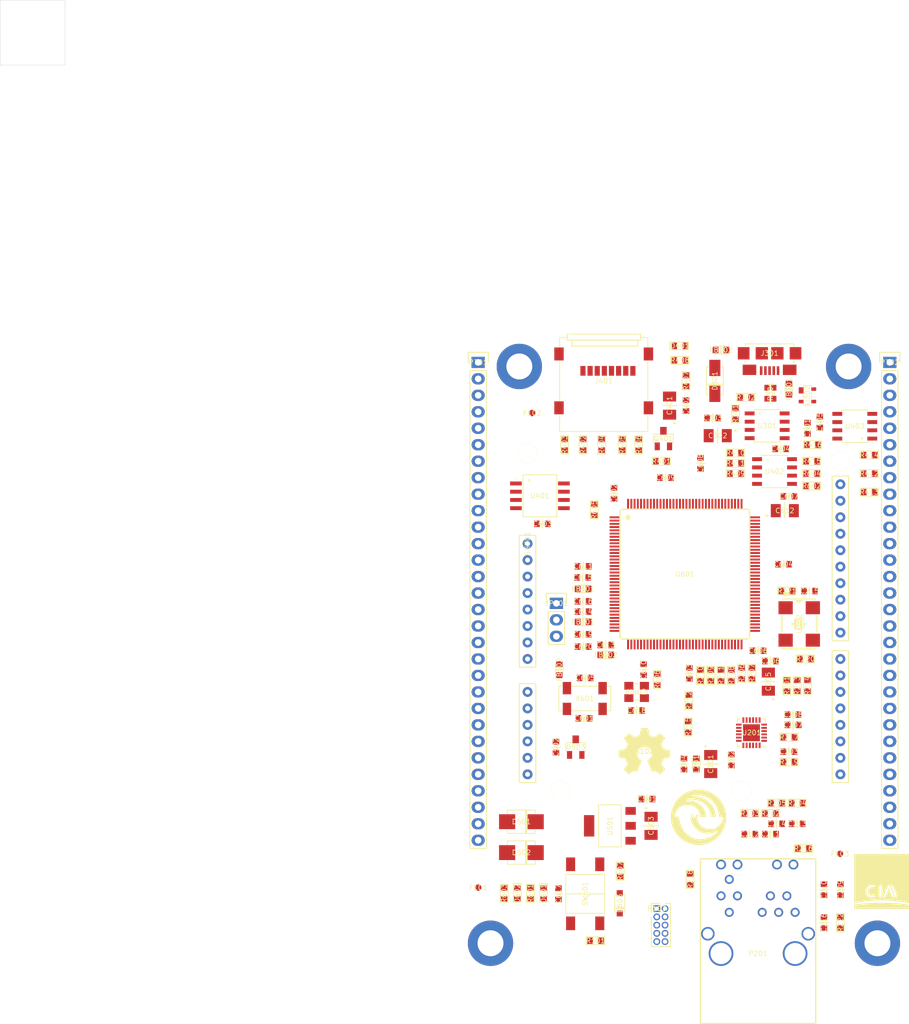
<source format=kicad_pcb>
(kicad_pcb (version 20171130) (host pcbnew 5.0.2)
  (layers (0 F.Cu signal) (1 In1.Cu signal) (2 In2.Cu signal) (31 B.Cu signal) (34 B.Paste user) (35 F.Paste user) (36 B.SilkS user) (37 F.SilkS user) (38 B.Mask user) (39 F.Mask user) (44 Edge.Cuts user))
  (net 1 "EthernetTX-P")
  (net 2 "CPUAIN3")
  (net 3 "Net-P201-Pad14")
  (net 4 "Net-C605-Pad1")
  (net 5 "GNDA")
  (net 6 "Net-R606-Pad2")
  (net 7 "CPUDOUT7")
  (net 8 "CPUDIN0")
  (net 9 "USB-JTAG-UART-RXD")
  (net 10 "USB-JTAG-UART-TXD")
  (net 11 "CPURS485-TXD")
  (net 12 "CPUUSBD-P")
  (net 13 "Net-R208-Pad2")
  (net 14 "EthernetLED-LINK")
  (net 15 "Net-D601-Pad1")
  (net 16 "CPUSPIFI-MISO")
  (net 17 "CPUETH-RXER")
  (net 18 "CPUGPIO8")
  (net 19 "EthernetLED-100M")
  (net 20 "Net-R412-Pad2")
  (net 21 "CPURS485-RXD")
  (net 22 "CPUEC-GPIO0")
  (net 23 "CPUGPIO5SPI2-SOUT")
  (net 24 "Net-R601-Pad2")
  (net 25 "CPUSD-CMD")
  (net 26 "USB-VBUS")
  (net 27 "Net-R219-Pad1")
  (net 28 "Net-C619-Pad1")
  (net 29 "CPUEC-PWM2")
  (net 30 "CPUGPIO11")
  (net 31 "CPURS232-CTS")
  (net 32 "CPUSD-POW")
  (net 33 "Net-C613-Pad1")
  (net 34 "EthernetTX-N")
  (net 35 "GNDPWR")
  (net 36 "Net-R606-Pad1")
  (net 37 "CPUETH-RST")
  (net 38 "CPUDOUT0")
  (net 39 "Net-R209-Pad2")
  (net 40 "USBOTGUSB0-PPWR")
  (net 41 "TCK")
  (net 42 "CPUETH-MDIO")
  (net 43 "CPUUSBD-N")
  (net 44 "Net-R413-Pad1")
  (net 45 "Net-D602-Pad1")
  (net 46 "CPUGPIO13")
  (net 47 "CPUEC-PWM5")
  (net 48 "CPUAUX-UART-RXSPI-MISO")
  (net 49 "CPUGPIO9")
  (net 50 "Net-R221-Pad1")
  (net 51 "CPUGPIO7SPI2-SIN")
  (net 52 "CPUEC-PWM1")
  (net 53 "CPUI2C-SDA")
  (net 54 "CPUSD-DAT3")
  (net 55 "CPUDOUT1")
  (net 56 "CPURS232-RTS")
  (net 57 "CPUSPIFI-WP")
  (net 58 "TDOEC-UART-TX")
  (net 59 "CPUVREFL")
  (net 60 "CPUUSB-ID")
  (net 61 "CPUGPIO14")
  (net 62 "Net-R210-Pad2")
  (net 63 "Net-R206-Pad2")
  (net 64 "CPUETH-MDC")
  (net 65 "VBAT")
  (net 66 "EthernetRX-P")
  (net 67 "CPUGPIO10")
  (net 68 "CPUDOUT2")
  (net 69 "CPUEC-PWM4")
  (net 70 "p+5V")
  (net 71 "Net-R414-Pad1")
  (net 72 "PoE-MB-+")
  (net 73 "USBOTGUSB0-PWR-FAULT")
  (net 74 "CPUAUX-UART-CTSSPI-CLK")
  (net 75 "TDIEC-UART-RX")
  (net 76 "CPUEC-I2C-SDA")
  (net 77 "CPURS232-RXD")
  (net 78 "CPUEC-PWM0")
  (net 79 "Net-FB301-Pad2")
  (net 80 "CPUSD-DAT2")
  (net 81 "CPUSPIFI-MOSI")
  (net 82 "CPUEC-AI0")
  (net 83 "CPUGPIO12")
  (net 84 "Net-R211-Pad2")
  (net 85 "USBOTGCHS-OTG")
  (net 86 "Net-R603-Pad2")
  (net 87 "CPUDOUT3")
  (net 88 "CPUETH-TXEN")
  (net 89 "p5VPIN")
  (net 90 "CPUETH-RXD1")
  (net 91 "Net-C615-Pad1")
  (net 92 "TMS")
  (net 93 "CPURS232-TXD")
  (net 94 "EthernetRX-N")
  (net 95 "CPUEC-I2C-SCL")
  (net 96 "PoE-MA-+")
  (net 97 "CPUAUX-UART-RTSSPI-CS")
  (net 98 "CPUETH-RXD0")
  (net 99 "Net-P201-Pad13")
  (net 100 "CPUETH-CRS-DV")
  (net 101 "Net-R409-Pad1")
  (net 102 "CPUDAC-OUT")
  (net 103 "Net-R212-Pad1")
  (net 104 "CPUDIN3")
  (net 105 "CPUSPIFI-CLK")
  (net 106 "CPUDOUT4")
  (net 107 "Net-R220-Pad1")
  (net 108 "GND")
  (net 109 "Net-C401-Pad1")
  (net 110 "CPUEC-AI1")
  (net 111 "Net-R415-Pad1")
  (net 112 "CPUSD-DAT1")
  (net 113 "CPUGPIO6")
  (net 114 "CPUPTB5")
  (net 115 "CPUETH-TXD0")
  (net 116 "BATPIN")
  (net 117 "CPUEC-PWM3")
  (net 118 "p+3-3V")
  (net 119 "Net-C617-Pad2")
  (net 120 "VDD-ETH")
  (net 121 "CPUAIN0")
  (net 122 "CPUCAN-TD")
  (net 123 "CPUI2C-SCL")
  (net 124 "PoE-MA--")
  (net 125 "CPUGPIO1")
  (net 126 "CPUDOUT5")
  (net 127 "CPUGPIO2")
  (net 128 "Net-R214-Pad2")
  (net 129 "CPUDIN2")
  (net 130 "CPUSPIFI-HOLD")
  (net 131 "Net-C207-Pad1")
  (net 132 "Net-R410-Pad1")
  (net 133 "USBOTGUSB-D-OTG-P")
  (net 134 "CPUAIN1")
  (net 135 "CPUPGA1-DM")
  (net 136 "Net-R207-Pad2")
  (net 137 "CPUETH-TXD1")
  (net 138 "RESET")
  (net 139 "CPUEC-AI2")
  (net 140 "CPUSD-DAT0")
  (net 141 "CPUAUX-UART-TXSPI-MOSIFTM3-CH2")
  (net 142 "CPUEC-GPIO2")
  (net 143 "CPUCAN-RD")
  (net 144 "Net-C601-Pad1")
  (net 145 "PoE-MB--")
  (net 146 "p+3-3VADC")
  (net 147 "CPUGPIO0")
  (net 148 "CPUDOUT6")
  (net 149 "Net-R215-Pad2")
  (net 150 "Net-R605-Pad1")
  (net 151 "CPUGPIO4")
  (net 152 "CPUDIN1")
  (net 153 "CPUETH-REF-CLK")
  (net 154 "Net-D401-Pad1")
  (net 155 "CPUAIN2")
  (net 156 "Net-R201-Pad2")
  (net 157 "CPUPGA1-DP")
  (net 158 "Net-R411-Pad1")
  (net 159 "USBOTGUSB-D-OTG-N")
  (net 160 "IOArefA")
  (net 161 "CPUSPIFI-CS")
  (net 162 "Net-R416-Pad1")
  (net 163 "CPUGPIO15")
  (net 164 "CPURS485-DIR")
  (net 165 "CPUGPIO3SPI2-SCK")
  (net 166 "CPUEC-AI3")
  (net 167 "CPUSD-CLK")
  (net 168 "CPUEC-GPIO1")
  (net 169 "Net-P103-Pad9")
  (module jitx-design:c_0603_1 (layer F.Cu) (at 270.5835 242.1845 270.0)
    (pad 1 smd rect (at 0.85 0.0 270.0) (size 0.89916 1.00076) (net 35 "GNDPWR") (layers F.Cu F.Paste))
    (pad 2 smd rect (at -0.85 0.0 270.0) (size 0.89916 1.00076) (net 108 "GND") (layers F.Cu F.Paste))
    (fp_text reference "C216" (at 0.0 0.0 90.0) (layer F.SilkS) (effects (font (size 0.762 0.762) (thickness 0.10)) (justify)))
  )
  (module jitx-design:c_0603_1 (layer F.Cu) (at 268.0435 165.9845 90.0)
    (pad 1 smd rect (at 0.85 0.0 90.0) (size 0.89916 1.00076) (net 70 "p+5V") (layers F.Cu F.Paste))
    (pad 2 smd rect (at -0.85 0.0 90.0) (size 0.89916 1.00076) (net 108 "GND") (layers F.Cu F.Paste))
    (fp_text reference "C301" (at 0.0 0.0 90.0) (layer F.SilkS) (effects (font (size 0.762 0.762) (thickness 0.10)) (justify)))
  )
  (module jitx-design:c_1206pol_lp (layer F.Cu) (at 254.2005 167.1275 180.0)
    (pad 1 smd rect (at -1.4 0.0 180.0) (size 1.524 2.032) (net 26 "USB-VBUS") (layers F.Cu F.Paste))
    (pad 2 smd rect (at 1.4 0.0 180.0) (size 1.524 2.032) (net 108 "GND") (layers F.Cu F.Paste))
    (fp_text reference "C302" (at 0.0 0.0 0.0) (layer F.SilkS) (effects (font (size 0.762 0.762) (thickness 0.10)) (justify)))
  )
  (module jitx-design:c_0603_1 (layer F.Cu) (at 253.4085 164.3955 0.0)
    (pad 1 smd rect (at 0.85 0.0 0.0) (size 0.89916 1.00076) (net 26 "USB-VBUS") (layers F.Cu F.Paste))
    (pad 2 smd rect (at -0.85 0.0 0.0) (size 0.89916 1.00076) (net 108 "GND") (layers F.Cu F.Paste))
    (fp_text reference "C303" (at 0.0 0.0 0.0) (layer F.SilkS) (effects (font (size 0.762 0.762) (thickness 0.10)) (justify)))
  )
  (module jitx-design:led_0603 (layer F.Cu) (at 248.3585 153.2845 180.0)
    (pad 1 smd rect (at -0.825 0.0 180.0) (size 0.8 1.0) (net 154 "Net-D401-Pad1") (layers F.Cu F.Paste))
    (pad 2 smd rect (at 0.825 0.0 180.0) (size 0.8 1.0) (net 108 "GND") (layers F.Cu F.Paste))
    (fp_text reference "D401" (at 0.0 0.0 0.0) (layer F.SilkS) (effects (font (size 0.762 0.762) (thickness 0.10)) (justify)))
  )
  (module jitx-design:do_214aa_smb (layer F.Cu) (at 223.911 231.3895 0.0)
    (pad 1 smd rect (at -2.2 0.0 0.0) (size 2.5 2.3) (net 26 "USB-VBUS") (layers F.Cu F.Paste))
    (pad 2 smd rect (at 2.2 0.0 0.0) (size 2.5 2.3) (net 70 "p+5V") (layers F.Cu F.Paste))
    (fp_text reference "D502" (at 0.0 0.0 0.0) (layer F.SilkS) (effects (font (size 0.762 0.762) (thickness 0.10)) (justify)))
  )
  (module jitx-design:led_0603 (layer F.Cu) (at 223.276 237.676 90.0)
    (pad 1 smd rect (at -0.825 0.0 90.0) (size 0.8 1.0) (net 45 "Net-D602-Pad1") (layers F.Cu F.Paste))
    (pad 2 smd rect (at 0.825 0.0 90.0) (size 0.8 1.0) (net 108 "GND") (layers F.Cu F.Paste))
    (fp_text reference "D602" (at 0.0 0.0 90.0) (layer F.SilkS) (effects (font (size 0.762 0.762) (thickness 0.10)) (justify)))
  )
  (module jitx-design:fiducial_1mm_lp (layer F.Cu) (at 225.562 163.635 0.0)
    (pad 1 smd circle (at 0.0 0.0 0.0) (size 1.0 1.0) (layers F.Cu F.Paste))
    (fp_text reference "F102" (at 0.0 0.0 0.0) (layer F.SilkS) (effects (font (size 0.762 0.762) (thickness 0.10)) (justify)))
  )
  (module jitx-design:unlam_logo_lp (layer F.Cu) (at 251.216 225.9285 0.0)
    (fp_text reference "G***" (at 0.0 0.0 0.0) (layer F.SilkS) (effects (font (size 0.762 0.762) (thickness 0.10)) (justify)))
  )
  (module jitx-design:oshwa_lp (layer F.Cu) (at 242.89877 215.76723 0.0)
    (fp_text reference "G102" (at 0.0 0.0 0.0) (layer F.SilkS) (effects (font (size 0.762 0.762) (thickness 0.10)) (justify)))
  )
  (module jitx-design:pcb_hole_lp (layer F.Cu) (at 278.8385 245.3595 0.0)
    (pad 1 thru_hole circle (at 0.0 0.0 0.0) (size 7.0 7.0) (net 35 "GNDPWR") (drill 4.0) (layers *.Cu))
    (fp_text reference "H101" (at 0.0 0.0 0.0) (layer F.SilkS) (effects (font (size 0.762 0.762) (thickness 0.10)) (justify)))
  )
  (module jitx-design:pcb_hole_lp (layer F.Cu) (at 223.5935 156.4595 0.0)
    (pad 1 thru_hole circle (at 0.0 0.0 0.0) (size 7.0 7.0) (net 35 "GNDPWR") (drill 4.0) (layers *.Cu))
    (fp_text reference "H103" (at 0.0 0.0 0.0) (layer F.SilkS) (effects (font (size 0.762 0.762) (thickness 0.10)) (justify)))
  )
  (module jitx-design:usb_microab (layer F.Cu) (at 262.2015 154.4275 180.0)
    (pad 1 smd rect (at -1.3 -2.675 180.0) (size 0.4 1.35) (net 79 "Net-FB301-Pad2") (layers F.Cu F.Paste))
    (pad 2 smd rect (at -0.65 -2.675 180.0) (size 0.4 1.35) (net 159 "USBOTGUSB-D-OTG-N") (layers F.Cu F.Paste))
    (pad 3 smd rect (at 0.0 -2.675 180.0) (size 0.4 1.35) (net 133 "USBOTGUSB-D-OTG-P") (layers F.Cu F.Paste))
    (pad 4 smd rect (at 0.65 -2.675 180.0) (size 0.4 1.35) (net 60 "CPUUSB-ID") (layers F.Cu F.Paste))
    (pad 5 smd rect (at 1.3 -2.675 180.0) (size 0.4 1.35) (net 108 "GND") (layers F.Cu F.Paste))
    (pad 6 smd rect (at -3.1 -2.55 180.0) (size 2.1 1.6) (net 85 "USBOTGCHS-OTG") (layers F.Cu F.Paste))
    (pad 7 smd rect (at 4.0 0.0 180.0) (size 1.8 1.9) (net 85 "USBOTGCHS-OTG") (layers F.Cu F.Paste))
    (pad 8 smd rect (at -1.2 0.0 180.0) (size 1.9 1.9) (net 85 "USBOTGCHS-OTG") (layers F.Cu F.Paste))
    (pad 9 smd rect (at 1.2 0.0 180.0) (size 1.9 1.9) (net 85 "USBOTGCHS-OTG") (layers F.Cu F.Paste))
    (pad 10 smd rect (at 3.1 -2.55 180.0) (size 2.1 1.6) (net 85 "USBOTGCHS-OTG") (layers F.Cu F.Paste))
    (pad 11 smd rect (at -4.0 0.0 180.0) (size 1.8 1.9) (net 85 "USBOTGCHS-OTG") (layers F.Cu F.Paste))
    (fp_text reference "J301" (at 0.0 0.0 0.0) (layer F.SilkS) (effects (font (size 0.762 0.762) (thickness 0.10)) (justify)))
  )
  (module jitx-design:pin_header_straight_1x03 (layer F.Cu) (at 229.3085 192.972 0.0)
    (pad 1 thru_hole rect (at 0.0 0.0 0.0) (size 2.032 1.7272) (net 146 "p+3-3VADC") (drill 1.016) (layers *.Cu))
    (pad 2 thru_hole oval (at 0.0 2.54 0.0) (size 2.032 1.7272) (net 28 "Net-C619-Pad1") (drill 1.016) (layers *.Cu))
    (pad 3 thru_hole oval (at 0.0 5.08 0.0) (size 2.032 1.7272) (net 160 "IOArefA") (drill 1.016) (layers *.Cu))
    (fp_text reference "JP601" (at 0.0 0.0 0.0) (layer F.SilkS) (effects (font (size 0.762 0.762) (thickness 0.10)) (justify)))
  )
  (module jitx-design:pin_header_straight_2x05_pitch127mm (layer F.Cu) (at 244.8025 240.0255 0.0)
    (pad 1 thru_hole rect (at 0.0 0.0 0.0) (size 1.05 1.05) (net 118 "p+3-3V") (drill 0.65) (layers *.Cu))
    (pad 2 thru_hole circle (at 1.27 0.0 0.0) (size 1.05 1.05) (net 92 "TMS") (drill 0.65) (layers *.Cu))
    (pad 3 thru_hole circle (at 0.0 1.27 0.0) (size 1.05 1.05) (net 108 "GND") (drill 0.65) (layers *.Cu))
    (pad 4 thru_hole circle (at 1.27 1.27 0.0) (size 1.05 1.05) (net 41 "TCK") (drill 0.65) (layers *.Cu))
    (pad 5 thru_hole circle (at 0.0 2.54 0.0) (size 1.05 1.05) (net 108 "GND") (drill 0.65) (layers *.Cu))
    (pad 6 thru_hole circle (at 1.27 2.54 0.0) (size 1.05 1.05) (net 58 "TDOEC-UART-TX") (drill 0.65) (layers *.Cu))
    (pad 7 thru_hole circle (at 0.0 3.81 0.0) (size 1.05 1.05) (net 9 "USB-JTAG-UART-RXD") (drill 0.65) (layers *.Cu))
    (pad 8 thru_hole circle (at 1.27 3.81 0.0) (size 1.05 1.05) (net 75 "TDIEC-UART-RX") (drill 0.65) (layers *.Cu))
    (pad 9 thru_hole circle (at 0.0 5.08 0.0) (size 1.05 1.05) (net 169 "Net-P103-Pad9") (drill 0.65) (layers *.Cu))
    (pad 10 thru_hole circle (at 1.27 5.08 0.0) (size 1.05 1.05) (net 138 "RESET") (drill 0.65) (layers *.Cu))
    (fp_text reference "P103" (at 0.0 0.0 0.0) (layer F.SilkS) (effects (font (size 0.762 0.762) (thickness 0.10)) (justify)))
  )
  (module jitx-design:pin_header_straight_1x30 (layer F.Cu) (at 217.2435 155.8245 0.0)
    (pad 1 thru_hole rect (at 0.0 0.0 0.0) (size 2.032 1.7272) (net 70 "p+5V") (drill 1.016) (layers *.Cu))
    (pad 2 thru_hole oval (at 0.0 2.54 0.0) (size 2.032 1.7272) (net 151 "CPUGPIO4") (drill 1.016) (layers *.Cu))
    (pad 3 thru_hole oval (at 0.0 5.08 0.0) (size 2.032 1.7272) (net 113 "CPUGPIO6") (drill 1.016) (layers *.Cu))
    (pad 4 thru_hole oval (at 0.0 7.62 0.0) (size 2.032 1.7272) (net 18 "CPUGPIO8") (drill 1.016) (layers *.Cu))
    (pad 5 thru_hole oval (at 0.0 10.16 0.0) (size 2.032 1.7272) (net 164 "CPURS485-DIR") (drill 1.016) (layers *.Cu))
    (pad 6 thru_hole oval (at 0.0 12.7 0.0) (size 2.032 1.7272) (net 21 "CPURS485-RXD") (drill 1.016) (layers *.Cu))
    (pad 7 thru_hole oval (at 0.0 15.24 0.0) (size 2.032 1.7272) (net 11 "CPURS485-TXD") (drill 1.016) (layers *.Cu))
    (pad 8 thru_hole oval (at 0.0 17.78 0.0) (size 2.032 1.7272) (net 127 "CPUGPIO2") (drill 1.016) (layers *.Cu))
    (pad 9 thru_hole oval (at 0.0 20.32 0.0) (size 2.032 1.7272) (net 147 "CPUGPIO0") (drill 1.016) (layers *.Cu))
    (pad 10 thru_hole oval (at 0.0 22.86 0.0) (size 2.032 1.7272) (net 48 "CPUAUX-UART-RXSPI-MISO") (drill 1.016) (layers *.Cu))
    (pad 11 thru_hole oval (at 0.0 25.4 0.0) (size 2.032 1.7272) (net 141 "CPUAUX-UART-TXSPI-MOSIFTM3-CH2") (drill 1.016) (layers *.Cu))
    (pad 12 thru_hole oval (at 0.0 27.94 0.0) (size 2.032 1.7272) (net 74 "CPUAUX-UART-CTSSPI-CLK") (drill 1.016) (layers *.Cu))
    (pad 13 thru_hole oval (at 0.0 30.48 0.0) (size 2.032 1.7272) (net 97 "CPUAUX-UART-RTSSPI-CS") (drill 1.016) (layers *.Cu))
    (pad 14 thru_hole oval (at 0.0 33.02 0.0) (size 2.032 1.7272) (net 163 "CPUGPIO15") (drill 1.016) (layers *.Cu))
    (pad 15 thru_hole oval (at 0.0 35.56 0.0) (size 2.032 1.7272) (net 10 "USB-JTAG-UART-TXD") (drill 1.016) (layers *.Cu))
    (pad 16 thru_hole oval (at 0.0 38.1 0.0) (size 2.032 1.7272) (net 9 "USB-JTAG-UART-RXD") (drill 1.016) (layers *.Cu))
    (pad 17 thru_hole oval (at 0.0 40.64 0.0) (size 2.032 1.7272) (net 138 "RESET") (drill 1.016) (layers *.Cu))
    (pad 18 thru_hole oval (at 0.0 43.18 0.0) (size 2.032 1.7272) (net 102 "CPUDAC-OUT") (drill 1.016) (layers *.Cu))
    (pad 19 thru_hole oval (at 0.0 45.72 0.0) (size 2.032 1.7272) (net 89 "p5VPIN") (drill 1.016) (layers *.Cu))
    (pad 20 thru_hole oval (at 0.0 48.26 0.0) (size 2.032 1.7272) (net 116 "BATPIN") (drill 1.016) (layers *.Cu))
    (pad 21 thru_hole oval (at 0.0 50.8 0.0) (size 2.032 1.7272) (net 157 "CPUPGA1-DP") (drill 1.016) (layers *.Cu))
    (pad 22 thru_hole oval (at 0.0 53.34 0.0) (size 2.032 1.7272) (net 135 "CPUPGA1-DM") (drill 1.016) (layers *.Cu))
    (pad 23 thru_hole oval (at 0.0 55.88 0.0) (size 2.032 1.7272) (net 129 "CPUDIN2") (drill 1.016) (layers *.Cu))
    (pad 24 thru_hole oval (at 0.0 58.42 0.0) (size 2.032 1.7272) (net 104 "CPUDIN3") (drill 1.016) (layers *.Cu))
    (pad 25 thru_hole oval (at 0.0 60.96 0.0) (size 2.032 1.7272) (net 70 "p+5V") (drill 1.016) (layers *.Cu))
    (pad 26 thru_hole oval (at 0.0 63.5 0.0) (size 2.032 1.7272) (net 106 "CPUDOUT4") (drill 1.016) (layers *.Cu))
    (pad 27 thru_hole oval (at 0.0 66.04 0.0) (size 2.032 1.7272) (net 126 "CPUDOUT5") (drill 1.016) (layers *.Cu))
    (pad 28 thru_hole oval (at 0.0 68.58 0.0) (size 2.032 1.7272) (net 148 "CPUDOUT6") (drill 1.016) (layers *.Cu))
    (pad 29 thru_hole oval (at 0.0 71.12 0.0) (size 2.032 1.7272) (net 7 "CPUDOUT7") (drill 1.016) (layers *.Cu))
    (pad 30 thru_hole oval (at 0.0 73.66 0.0) (size 2.032 1.7272) (net 108 "GND") (drill 1.016) (layers *.Cu))
    (fp_text reference "P701" (at 0.0 0.0 0.0) (layer F.SilkS) (effects (font (size 0.762 0.762) (thickness 0.10)) (justify)))
  )
  (module jitx-design:sot_23_lp (layer F.Cu) (at 245.8185 167.572 0.0)
    (pad 1 smd rect (at -0.95 1.2 0.0) (size 0.8 1.2) (net 32 "CPUSD-POW") (layers F.Cu F.Paste))
    (pad 2 smd rect (at 0.95 1.2 0.0) (size 0.8 1.2) (net 118 "p+3-3V") (layers F.Cu F.Paste))
    (pad 3 smd rect (at 0.0 -1.2 0.0) (size 1.0 1.2) (net 109 "Net-C401-Pad1") (layers F.Cu F.Paste))
    (fp_text reference "Q401" (at 0.0 0.0 0.0) (layer F.SilkS) (effects (font (size 0.762 0.762) (thickness 0.10)) (justify)))
  )
  (module jitx-design:r_0603 (layer F.Cu) (at 235.341 244.9785 0.0)
    (pad 1 smd rect (at -0.85 0.0 0.0) (size 0.89916 1.00076) (net 10 "USB-JTAG-UART-TXD") (layers F.Cu F.Paste))
    (pad 2 smd rect (at 0.85 0.0 0.0) (size 0.89916 1.00076) (net 169 "Net-P103-Pad9") (layers F.Cu F.Paste))
    (fp_text reference "R101" (at 0.0 0.0 0.0) (layer F.SilkS) (effects (font (size 0.762 0.762) (thickness 0.10)) (justify)))
  )
  (module jitx-design:qfn_24_1ep_4x4mm_pitch05mm (layer F.Cu) (at 259.4075 212.911 180.0)
    (pad 1 smd rect (at -1.95 -1.25 180.0) (size 0.85 0.3) (net 120 "VDD-ETH") (layers F.Cu F.Paste))
    (pad 2 smd rect (at -1.95 -0.75 180.0) (size 0.85 0.3) (net 19 "EthernetLED-100M") (layers F.Cu F.Paste))
    (pad 3 smd rect (at -1.95 -0.25 180.0) (size 0.85 0.3) (net 14 "EthernetLED-LINK") (layers F.Cu F.Paste))
    (pad 4 smd rect (at -1.95 0.25 180.0) (size 0.85 0.3) (layers F.Cu F.Paste))
    (pad 5 smd rect (at -1.95 0.75 180.0) (size 0.85 0.3) (net 153 "CPUETH-REF-CLK") (layers F.Cu F.Paste))
    (pad 6 smd rect (at -1.95 1.25 180.0) (size 0.85 0.3) (net 131 "Net-C207-Pad1") (layers F.Cu F.Paste))
    (pad 7 smd rect (at -1.25 1.95 270.0) (size 0.85 0.3) (net 62 "Net-R210-Pad2") (layers F.Cu F.Paste))
    (pad 8 smd rect (at -0.75 1.95 270.0) (size 0.85 0.3) (net 39 "Net-R209-Pad2") (layers F.Cu F.Paste))
    (pad 9 smd rect (at -0.25 1.95 270.0) (size 0.85 0.3) (net 118 "p+3-3V") (layers F.Cu F.Paste))
    (pad 10 smd rect (at 0.25 1.95 270.0) (size 0.85 0.3) (net 103 "Net-R212-Pad1") (layers F.Cu F.Paste))
    (pad 11 smd rect (at 0.75 1.95 270.0) (size 0.85 0.3) (net 84 "Net-R211-Pad2") (layers F.Cu F.Paste))
    (pad 12 smd rect (at 1.25 1.95 270.0) (size 0.85 0.3) (net 156 "Net-R201-Pad2") (layers F.Cu F.Paste))
    (pad 13 smd rect (at 1.95 1.25 180.0) (size 0.85 0.3) (net 128 "Net-R214-Pad2") (layers F.Cu F.Paste))
    (pad 14 smd rect (at 1.95 0.75 180.0) (size 0.85 0.3) (net 149 "Net-R215-Pad2") (layers F.Cu F.Paste))
    (pad 15 smd rect (at 1.95 0.25 180.0) (size 0.85 0.3) (net 37 "CPUETH-RST") (layers F.Cu F.Paste))
    (pad 16 smd rect (at 1.95 -0.25 180.0) (size 0.85 0.3) (net 13 "Net-R208-Pad2") (layers F.Cu F.Paste))
    (pad 17 smd rect (at 1.95 -0.75 180.0) (size 0.85 0.3) (net 63 "Net-R206-Pad2") (layers F.Cu F.Paste))
    (pad 18 smd rect (at 1.95 -1.25 180.0) (size 0.85 0.3) (net 136 "Net-R207-Pad2") (layers F.Cu F.Paste))
    (pad 19 smd rect (at 1.25 -1.95 270.0) (size 0.85 0.3) (net 120 "VDD-ETH") (layers F.Cu F.Paste))
    (pad 20 smd rect (at 0.75 -1.95 270.0) (size 0.85 0.3) (net 34 "EthernetTX-N") (layers F.Cu F.Paste))
    (pad 21 smd rect (at 0.25 -1.95 270.0) (size 0.85 0.3) (net 1 "EthernetTX-P") (layers F.Cu F.Paste))
    (pad 22 smd rect (at -0.25 -1.95 270.0) (size 0.85 0.3) (net 94 "EthernetRX-N") (layers F.Cu F.Paste))
    (pad 23 smd rect (at -0.75 -1.95 270.0) (size 0.85 0.3) (net 66 "EthernetRX-P") (layers F.Cu F.Paste))
    (pad 24 smd rect (at -1.25 -1.95 270.0) (size 0.85 0.3) (net 27 "Net-R219-Pad1") (layers F.Cu F.Paste))
    (pad GND smd rect (at -0.65 -0.65 180.0) (size 1.3 1.3) (net 108 "GND") (layers F.Cu F.Paste))
    (pad 25 smd rect (at 0.65 0.65 180.0) (size 1.3 1.3) (net 108 "GND") (layers F.Cu F.Paste))
    (pad 26 smd rect (at -0.65 0.65 180.0) (size 1.3 1.3) (net 108 "GND") (layers F.Cu F.Paste))
    (pad 27 smd rect (at 0.65 -0.65 180.0) (size 1.3 1.3) (net 108 "GND") (layers F.Cu F.Paste))
    (fp_text reference "U201" (at 0.0 0.0 0.0) (layer F.SilkS) (effects (font (size 0.762 0.762) (thickness 0.10)) (justify)))
  )
  (module jitx-design:oscillator_70x50mm (layer F.Cu) (at 266.7735 196.147 270.0)
    (pad 1 smd rect (at -2.5 2.1 270.0) (size 2.0 2.2) (net 50 "Net-R221-Pad1") (layers F.Cu F.Paste))
    (pad 2 smd rect (at 2.5 2.1 270.0) (size 2.0 2.2) (net 108 "GND") (layers F.Cu F.Paste))
    (pad 3 smd rect (at 2.5 -2.1 270.0) (size 2.0 2.2) (net 107 "Net-R220-Pad1") (layers F.Cu F.Paste))
    (pad 4 smd rect (at -2.5 -2.1 270.0) (size 2.0 2.2) (net 118 "p+3-3V") (layers F.Cu F.Paste))
    (fp_text reference "U202" (at 0.0 0.0 90.0) (layer F.SilkS) (effects (font (size 0.762 0.762) (thickness 0.10)) (justify)))
  )
  (module jitx-design:soic_8_lp (layer F.Cu) (at 262.9635 172.652 0.0)
    (pad 1 smd rect (at -2.7 -1.905 270.0) (size 0.6 1.52) (net 132 "Net-R410-Pad1") (layers F.Cu F.Paste))
    (pad 2 smd rect (at -2.7 -0.635 270.0) (size 0.6 1.52) (net 158 "Net-R411-Pad1") (layers F.Cu F.Paste))
    (pad 3 smd rect (at -2.7 0.635 270.0) (size 0.6 1.52) (net 101 "Net-R409-Pad1") (layers F.Cu F.Paste))
    (pad 4 smd rect (at -2.7 1.905 270.0) (size 0.6 1.52) (net 108 "GND") (layers F.Cu F.Paste))
    (pad 5 smd rect (at 2.7 1.905 270.0) (size 0.6 1.52) (net 53 "CPUI2C-SDA") (layers F.Cu F.Paste))
    (pad 6 smd rect (at 2.7 0.635 270.0) (size 0.6 1.52) (net 123 "CPUI2C-SCL") (layers F.Cu F.Paste))
    (pad 7 smd rect (at 2.7 -0.635 270.0) (size 0.6 1.52) (net 111 "Net-R415-Pad1") (layers F.Cu F.Paste))
    (pad 8 smd rect (at 2.7 -1.905 270.0) (size 0.6 1.52) (net 118 "p+3-3V") (layers F.Cu F.Paste))
    (fp_text reference "U402" (at 0.0 0.0 0.0) (layer F.SilkS) (effects (font (size 0.762 0.762) (thickness 0.10)) (justify)))
  )
  (module jitx-design:soic_8_lp (layer F.Cu) (at 275.346 165.667 180.0)
    (pad 1 smd rect (at -2.7 -1.905 90.0) (size 0.6 1.52) (net 20 "Net-R412-Pad2") (layers F.Cu F.Paste))
    (pad 2 smd rect (at -2.7 -0.635 90.0) (size 0.6 1.52) (net 44 "Net-R413-Pad1") (layers F.Cu F.Paste))
    (pad 3 smd rect (at -2.7 0.635 90.0) (size 0.6 1.52) (net 71 "Net-R414-Pad1") (layers F.Cu F.Paste))
    (pad 4 smd rect (at -2.7 1.905 90.0) (size 0.6 1.52) (net 108 "GND") (layers F.Cu F.Paste))
    (pad 5 smd rect (at 2.7 1.905 90.0) (size 0.6 1.52) (net 53 "CPUI2C-SDA") (layers F.Cu F.Paste))
    (pad 6 smd rect (at 2.7 0.635 90.0) (size 0.6 1.52) (net 123 "CPUI2C-SCL") (layers F.Cu F.Paste))
    (pad 7 smd rect (at 2.7 -0.635 90.0) (size 0.6 1.52) (net 162 "Net-R416-Pad1") (layers F.Cu F.Paste))
    (pad 8 smd rect (at 2.7 -1.905 90.0) (size 0.6 1.52) (net 118 "p+3-3V") (layers F.Cu F.Paste))
    (fp_text reference "U403" (at 0.0 0.0 0.0) (layer F.SilkS) (effects (font (size 0.762 0.762) (thickness 0.10)) (justify)))
  )
  (module jitx-design:si501_c (layer F.Cu) (at 241.691 206.6245 0.0)
    (pad 1 smd rect (at -1.2 0.95 0.0) (size 1.4 1.2) (net 118 "p+3-3V") (layers F.Cu F.Paste))
    (pad 2 smd rect (at 1.2 0.95 0.0) (size 1.4 1.2) (net 108 "GND") (layers F.Cu F.Paste))
    (pad 3 smd rect (at 1.2 -0.95 0.0) (size 1.4 1.2) (net 6 "Net-R606-Pad2") (layers F.Cu F.Paste))
    (pad 4 smd rect (at -1.2 -0.95 0.0) (size 1.4 1.2) (net 118 "p+3-3V") (layers F.Cu F.Paste))
    (fp_text reference "U602" (at 0.0 0.0 0.0) (layer F.SilkS) (effects (font (size 0.762 0.762) (thickness 0.10)) (justify)))
  )
  (module jitx-design:c_1206pol_1 (layer F.Cu) (at 253.121 217.737 270.0)
    (pad 1 smd rect (at -1.4 0.0 270.0) (size 1.524 2.032) (net 120 "VDD-ETH") (layers F.Cu F.Paste))
    (pad 2 smd rect (at 1.4 0.0 270.0) (size 1.524 2.032) (net 108 "GND") (layers F.Cu F.Paste))
    (fp_text reference "C201" (at 0.0 0.0 90.0) (layer F.SilkS) (effects (font (size 0.762 0.762) (thickness 0.10)) (justify)))
  )
  (module jitx-design:c_0603 (layer F.Cu) (at 256.296 217.102 90.0)
    (pad 1 smd rect (at 0.85 0.0 90.0) (size 0.89916 1.00076) (net 120 "VDD-ETH") (layers F.Cu F.Paste))
    (pad 2 smd rect (at -0.85 0.0 90.0) (size 0.89916 1.00076) (net 108 "GND") (layers F.Cu F.Paste))
    (fp_text reference "C202" (at 0.0 0.0 90.0) (layer F.SilkS) (effects (font (size 0.762 0.762) (thickness 0.10)) (justify)))
  )
  (module jitx-design:c_0603 (layer F.Cu) (at 265.186 215.832 180.0)
    (pad 1 smd rect (at 0.85 0.0 180.0) (size 0.89916 1.00076) (net 120 "VDD-ETH") (layers F.Cu F.Paste))
    (pad 2 smd rect (at -0.85 0.0 180.0) (size 0.89916 1.00076) (net 108 "GND") (layers F.Cu F.Paste))
    (fp_text reference "C203" (at 0.0 0.0 0.0) (layer F.SilkS) (effects (font (size 0.762 0.762) (thickness 0.10)) (justify)))
  )
  (module jitx-design:c_0603 (layer F.Cu) (at 248.9935 217.737 270.0)
    (pad 1 smd rect (at 0.85 0.0 270.0) (size 0.89916 1.00076) (net 118 "p+3-3V") (layers F.Cu F.Paste))
    (pad 2 smd rect (at -0.85 0.0 270.0) (size 0.89916 1.00076) (net 108 "GND") (layers F.Cu F.Paste))
    (fp_text reference "C204" (at 0.0 0.0 90.0) (layer F.SilkS) (effects (font (size 0.762 0.762) (thickness 0.10)) (justify)))
  )
  (module jitx-design:c_1206pol_1 (layer F.Cu) (at 262.011 205.037 90.0)
    (pad 1 smd rect (at -1.4 0.0 90.0) (size 1.524 2.032) (net 118 "p+3-3V") (layers F.Cu F.Paste))
    (pad 2 smd rect (at 1.4 0.0 90.0) (size 1.524 2.032) (net 108 "GND") (layers F.Cu F.Paste))
    (fp_text reference "C205" (at 0.0 0.0 90.0) (layer F.SilkS) (effects (font (size 0.762 0.762) (thickness 0.10)) (justify)))
  )
  (module jitx-design:c_0603 (layer F.Cu) (at 262.3285 201.862 0.0)
    (pad 1 smd rect (at 0.85 0.0 0.0) (size 0.89916 1.00076) (net 118 "p+3-3V") (layers F.Cu F.Paste))
    (pad 2 smd rect (at -0.85 0.0 0.0) (size 0.89916 1.00076) (net 108 "GND") (layers F.Cu F.Paste))
    (fp_text reference "C206" (at 0.0 0.0 0.0) (layer F.SilkS) (effects (font (size 0.762 0.762) (thickness 0.10)) (justify)))
  )
  (module jitx-design:c_0603 (layer F.Cu) (at 265.821 211.7045 180.0)
    (pad 1 smd rect (at 0.85 0.0 180.0) (size 0.89916 1.00076) (net 131 "Net-C207-Pad1") (layers F.Cu F.Paste))
    (pad 2 smd rect (at -0.85 0.0 180.0) (size 0.89916 1.00076) (net 108 "GND") (layers F.Cu F.Paste))
    (fp_text reference "C207" (at 0.0 0.0 0.0) (layer F.SilkS) (effects (font (size 0.762 0.762) (thickness 0.10)) (justify)))
  )
  (module jitx-design:c_0603 (layer F.Cu) (at 265.821 210.117 180.0)
    (pad 1 smd rect (at 0.85 0.0 180.0) (size 0.89916 1.00076) (net 131 "Net-C207-Pad1") (layers F.Cu F.Paste))
    (pad 2 smd rect (at -0.85 0.0 180.0) (size 0.89916 1.00076) (net 108 "GND") (layers F.Cu F.Paste))
    (fp_text reference "C208" (at 0.0 0.0 0.0) (layer F.SilkS) (effects (font (size 0.762 0.762) (thickness 0.10)) (justify)))
  )
  (module jitx-design:c_0603 (layer F.Cu) (at 273.1235 237.1045 270.0)
    (pad 1 smd rect (at 0.85 0.0 270.0) (size 0.89916 1.00076) (net 120 "VDD-ETH") (layers F.Cu F.Paste))
    (pad 2 smd rect (at -0.85 0.0 270.0) (size 0.89916 1.00076) (net 108 "GND") (layers F.Cu F.Paste))
    (fp_text reference "C209" (at 0.0 0.0 90.0) (layer F.SilkS) (effects (font (size 0.762 0.762) (thickness 0.10)) (justify)))
  )
  (module jitx-design:c_0603 (layer F.Cu) (at 270.5835 237.1045 270.0)
    (pad 1 smd rect (at 0.85 0.0 270.0) (size 0.89916 1.00076) (net 120 "VDD-ETH") (layers F.Cu F.Paste))
    (pad 2 smd rect (at -0.85 0.0 270.0) (size 0.89916 1.00076) (net 108 "GND") (layers F.Cu F.Paste))
    (fp_text reference "C210" (at 0.0 0.0 90.0) (layer F.SilkS) (effects (font (size 0.762 0.762) (thickness 0.10)) (justify)))
  )
  (module jitx-design:c_0603 (layer F.Cu) (at 262.3285 228.532 180.0)
    (pad 1 smd rect (at 0.85 0.0 180.0) (size 0.89916 1.00076) (net 1 "EthernetTX-P") (layers F.Cu F.Paste))
    (pad 2 smd rect (at -0.85 0.0 180.0) (size 0.89916 1.00076) (net 108 "GND") (layers F.Cu F.Paste))
    (fp_text reference "C211" (at 0.0 0.0 0.0) (layer F.SilkS) (effects (font (size 0.762 0.762) (thickness 0.10)) (justify)))
  )
  (module jitx-design:c_0603 (layer F.Cu) (at 259.1535 228.532 0.0)
    (pad 1 smd rect (at 0.85 0.0 0.0) (size 0.89916 1.00076) (net 34 "EthernetTX-N") (layers F.Cu F.Paste))
    (pad 2 smd rect (at -0.85 0.0 0.0) (size 0.89916 1.00076) (net 108 "GND") (layers F.Cu F.Paste))
    (fp_text reference "C212" (at 0.0 0.0 0.0) (layer F.SilkS) (effects (font (size 0.762 0.762) (thickness 0.10)) (justify)))
  )
  (module jitx-design:c_0603 (layer F.Cu) (at 266.456 226.9445 180.0)
    (pad 1 smd rect (at 0.85 0.0 180.0) (size 0.89916 1.00076) (net 66 "EthernetRX-P") (layers F.Cu F.Paste))
    (pad 2 smd rect (at -0.85 0.0 180.0) (size 0.89916 1.00076) (net 108 "GND") (layers F.Cu F.Paste))
    (fp_text reference "C213" (at 0.0 0.0 0.0) (layer F.SilkS) (effects (font (size 0.762 0.762) (thickness 0.10)) (justify)))
  )
  (module jitx-design:c_0603 (layer F.Cu) (at 263.281 226.9445 0.0)
    (pad 1 smd rect (at 0.85 0.0 0.0) (size 0.89916 1.00076) (net 94 "EthernetRX-N") (layers F.Cu F.Paste))
    (pad 2 smd rect (at -0.85 0.0 0.0) (size 0.89916 1.00076) (net 108 "GND") (layers F.Cu F.Paste))
    (fp_text reference "C214" (at 0.0 0.0 0.0) (layer F.SilkS) (effects (font (size 0.762 0.762) (thickness 0.10)) (justify)))
  )
  (module jitx-design:c_0603 (layer F.Cu) (at 268.361 191.067 180.0)
    (pad 1 smd rect (at 0.85 0.0 180.0) (size 0.89916 1.00076) (net 118 "p+3-3V") (layers F.Cu F.Paste))
    (pad 2 smd rect (at -0.85 0.0 180.0) (size 0.89916 1.00076) (net 108 "GND") (layers F.Cu F.Paste))
    (fp_text reference "C215" (at 0.0 0.0 0.0) (layer F.SilkS) (effects (font (size 0.762 0.762) (thickness 0.10)) (justify)))
  )
  (module jitx-design:c_1206pol (layer F.Cu) (at 246.771 162.492 90.0)
    (pad 1 smd rect (at -1.4 0.0 90.0) (size 1.524 2.032) (net 109 "Net-C401-Pad1") (layers F.Cu F.Paste))
    (pad 2 smd rect (at 1.4 0.0 90.0) (size 1.524 2.032) (net 108 "GND") (layers F.Cu F.Paste))
    (fp_text reference "C401" (at 0.0 0.0 90.0) (layer F.SilkS) (effects (font (size 0.762 0.762) (thickness 0.10)) (justify)))
  )
  (module jitx-design:c_0603_1 (layer F.Cu) (at 249.311 162.492 270.0)
    (pad 1 smd rect (at 0.85 0.0 270.0) (size 0.89916 1.00076) (net 109 "Net-C401-Pad1") (layers F.Cu F.Paste))
    (pad 2 smd rect (at -0.85 0.0 270.0) (size 0.89916 1.00076) (net 108 "GND") (layers F.Cu F.Paste))
    (fp_text reference "C402" (at 0.0 0.0 90.0) (layer F.SilkS) (effects (font (size 0.762 0.762) (thickness 0.10)) (justify)))
  )
  (module jitx-design:c_0603_1 (layer F.Cu) (at 227.15077 180.71523 0.0)
    (pad 1 smd rect (at 0.85 0.0 0.0) (size 0.89916 1.00076) (net 118 "p+3-3V") (layers F.Cu F.Paste))
    (pad 2 smd rect (at -0.85 0.0 0.0) (size 0.89916 1.00076) (net 108 "GND") (layers F.Cu F.Paste))
    (fp_text reference "C403" (at 0.0 0.0 0.0) (layer F.SilkS) (effects (font (size 0.762 0.762) (thickness 0.10)) (justify)))
  )
  (module jitx-design:c_0603_1 (layer F.Cu) (at 263.916 169.1595 0.0)
    (pad 1 smd rect (at 0.85 0.0 0.0) (size 0.89916 1.00076) (net 118 "p+3-3V") (layers F.Cu F.Paste))
    (pad 2 smd rect (at -0.85 0.0 0.0) (size 0.89916 1.00076) (net 108 "GND") (layers F.Cu F.Paste))
    (fp_text reference "C404" (at 0.0 0.0 0.0) (layer F.SilkS) (effects (font (size 0.762 0.762) (thickness 0.10)) (justify)))
  )
  (module jitx-design:c_0603_1 (layer F.Cu) (at 269.9485 165.032 270.0)
    (pad 1 smd rect (at 0.85 0.0 270.0) (size 0.89916 1.00076) (net 118 "p+3-3V") (layers F.Cu F.Paste))
    (pad 2 smd rect (at -0.85 0.0 270.0) (size 0.89916 1.00076) (net 108 "GND") (layers F.Cu F.Paste))
    (fp_text reference "C405" (at 0.0 0.0 90.0) (layer F.SilkS) (effects (font (size 0.762 0.762) (thickness 0.10)) (justify)))
  )
  (module jitx-design:c_0603_1 (layer F.Cu) (at 243.2785 223.1345 180.0)
    (pad 1 smd rect (at 0.85 0.0 180.0) (size 0.89916 1.00076) (net 70 "p+5V") (layers F.Cu F.Paste))
    (pad 2 smd rect (at -0.85 0.0 180.0) (size 0.89916 1.00076) (net 108 "GND") (layers F.Cu F.Paste))
    (fp_text reference "C501" (at 0.0 0.0 0.0) (layer F.SilkS) (effects (font (size 0.762 0.762) (thickness 0.10)) (justify)))
  )
  (module jitx-design:c_0603_1 (layer F.Cu) (at 229.245 215.1335 90.0)
    (pad 1 smd rect (at 0.85 0.0 90.0) (size 0.89916 1.00076) (net 65 "VBAT") (layers F.Cu F.Paste))
    (pad 2 smd rect (at -0.85 0.0 90.0) (size 0.89916 1.00076) (net 108 "GND") (layers F.Cu F.Paste))
    (fp_text reference "C502" (at 0.0 0.0 90.0) (layer F.SilkS) (effects (font (size 0.762 0.762) (thickness 0.10)) (justify)))
  )
  (module jitx-design:c_1206pol_lp (layer F.Cu) (at 243.9135 227.262 270.0)
    (pad 1 smd rect (at -1.4 0.0 270.0) (size 1.524 2.032) (net 118 "p+3-3V") (layers F.Cu F.Paste))
    (pad 2 smd rect (at 1.4 0.0 270.0) (size 1.524 2.032) (net 108 "GND") (layers F.Cu F.Paste))
    (fp_text reference "C503" (at 0.0 0.0 90.0) (layer F.SilkS) (effects (font (size 0.762 0.762) (thickness 0.10)) (justify)))
  )
  (module jitx-design:c_0603_1 (layer F.Cu) (at 233.56427 210.68723 0.0)
    (pad 1 smd rect (at 0.85 0.0 0.0) (size 0.89916 1.00076) (net 144 "Net-C601-Pad1") (layers F.Cu F.Paste))
    (pad 2 smd rect (at -0.85 0.0 0.0) (size 0.89916 1.00076) (net 108 "GND") (layers F.Cu F.Paste))
    (fp_text reference "C601" (at 0.0 0.0 0.0) (layer F.SilkS) (effects (font (size 0.762 0.762) (thickness 0.10)) (justify)))
  )
  (module jitx-design:c_0603_1 (layer F.Cu) (at 238.19977 176.01623 270.0)
    (pad 1 smd rect (at 0.85 0.0 270.0) (size 0.89916 1.00076) (net 118 "p+3-3V") (layers F.Cu F.Paste))
    (pad 2 smd rect (at -0.85 0.0 270.0) (size 0.89916 1.00076) (net 108 "GND") (layers F.Cu F.Paste))
    (fp_text reference "C602" (at 0.0 0.0 90.0) (layer F.SilkS) (effects (font (size 0.762 0.762) (thickness 0.10)) (justify)))
  )
  (module jitx-design:c_0603_1 (layer F.Cu) (at 249.819 203.767 90.0)
    (pad 1 smd rect (at 0.85 0.0 90.0) (size 0.89916 1.00076) (net 118 "p+3-3V") (layers F.Cu F.Paste))
    (pad 2 smd rect (at -0.85 0.0 90.0) (size 0.89916 1.00076) (net 108 "GND") (layers F.Cu F.Paste))
    (fp_text reference "C603" (at 0.0 0.0 90.0) (layer F.SilkS) (effects (font (size 0.762 0.762) (thickness 0.10)) (justify)))
  )
  (module jitx-design:c_0603_1 (layer F.Cu) (at 264.3605 186.9395 180.0)
    (pad 1 smd rect (at 0.85 0.0 180.0) (size 0.89916 1.00076) (net 118 "p+3-3V") (layers F.Cu F.Paste))
    (pad 2 smd rect (at -0.85 0.0 180.0) (size 0.89916 1.00076) (net 108 "GND") (layers F.Cu F.Paste))
    (fp_text reference "C604" (at 0.0 0.0 0.0) (layer F.SilkS) (effects (font (size 0.762 0.762) (thickness 0.10)) (justify)))
  )
  (module jitx-design:c_0603_1 (layer F.Cu) (at 233.75477 204.46423 0.0)
    (pad 1 smd rect (at 0.85 0.0 0.0) (size 0.89916 1.00076) (net 4 "Net-C605-Pad1") (layers F.Cu F.Paste))
    (pad 2 smd rect (at -0.85 0.0 0.0) (size 0.89916 1.00076) (net 108 "GND") (layers F.Cu F.Paste))
    (fp_text reference "C605" (at 0.0 0.0 0.0) (layer F.SilkS) (effects (font (size 0.762 0.762) (thickness 0.10)) (justify)))
  )
  (module jitx-design:c_0603_1 (layer F.Cu) (at 260.4235 200.2745 180.0)
    (pad 1 smd rect (at 0.85 0.0 180.0) (size 0.89916 1.00076) (net 118 "p+3-3V") (layers F.Cu F.Paste))
    (pad 2 smd rect (at -0.85 0.0 180.0) (size 0.89916 1.00076) (net 108 "GND") (layers F.Cu F.Paste))
    (fp_text reference "C606" (at 0.0 0.0 0.0) (layer F.SilkS) (effects (font (size 0.762 0.762) (thickness 0.10)) (justify)))
  )
  (module jitx-design:c_0603_1 (layer F.Cu) (at 265.186 176.462 180.0)
    (pad 1 smd rect (at 0.85 0.0 180.0) (size 0.89916 1.00076) (net 118 "p+3-3V") (layers F.Cu F.Paste))
    (pad 2 smd rect (at -0.85 0.0 180.0) (size 0.89916 1.00076) (net 108 "GND") (layers F.Cu F.Paste))
    (fp_text reference "C607" (at 0.0 0.0 0.0) (layer F.SilkS) (effects (font (size 0.762 0.762) (thickness 0.10)) (justify)))
  )
  (module jitx-design:c_0603_1 (layer F.Cu) (at 251.5335 171.382 270.0)
    (pad 1 smd rect (at 0.85 0.0 270.0) (size 0.89916 1.00076) (net 118 "p+3-3V") (layers F.Cu F.Paste))
    (pad 2 smd rect (at -0.85 0.0 270.0) (size 0.89916 1.00076) (net 108 "GND") (layers F.Cu F.Paste))
    (fp_text reference "C608" (at 0.0 0.0 90.0) (layer F.SilkS) (effects (font (size 0.762 0.762) (thickness 0.10)) (justify)))
  )
  (module jitx-design:c_0603_1 (layer F.Cu) (at 246.136 173.6045 180.0)
    (pad 1 smd rect (at 0.85 0.0 180.0) (size 0.89916 1.00076) (net 118 "p+3-3V") (layers F.Cu F.Paste))
    (pad 2 smd rect (at -0.85 0.0 180.0) (size 0.89916 1.00076) (net 108 "GND") (layers F.Cu F.Paste))
    (fp_text reference "C609" (at 0.0 0.0 0.0) (layer F.SilkS) (effects (font (size 0.762 0.762) (thickness 0.10)) (justify)))
  )
  (module jitx-design:c_0603_1 (layer F.Cu) (at 242.77177 203.19423 90.0)
    (pad 1 smd rect (at 0.85 0.0 90.0) (size 0.89916 1.00076) (net 118 "p+3-3V") (layers F.Cu F.Paste))
    (pad 2 smd rect (at -0.85 0.0 90.0) (size 0.89916 1.00076) (net 108 "GND") (layers F.Cu F.Paste))
    (fp_text reference "C610" (at 0.0 0.0 90.0) (layer F.SilkS) (effects (font (size 0.762 0.762) (thickness 0.10)) (justify)))
  )
  (module jitx-design:c_0603_1 (layer F.Cu) (at 233.436 187.257 0.0)
    (pad 1 smd rect (at 0.85 0.0 0.0) (size 0.89916 1.00076) (net 118 "p+3-3V") (layers F.Cu F.Paste))
    (pad 2 smd rect (at -0.85 0.0 0.0) (size 0.89916 1.00076) (net 108 "GND") (layers F.Cu F.Paste))
    (fp_text reference "C611" (at 0.0 0.0 0.0) (layer F.SilkS) (effects (font (size 0.762 0.762) (thickness 0.10)) (justify)))
  )
  (module jitx-design:c_1206pol_lp (layer F.Cu) (at 264.551 178.6845 0.0)
    (pad 1 smd rect (at -1.4 0.0 0.0) (size 1.524 2.032) (net 118 "p+3-3V") (layers F.Cu F.Paste))
    (pad 2 smd rect (at 1.4 0.0 0.0) (size 1.524 2.032) (net 108 "GND") (layers F.Cu F.Paste))
    (fp_text reference "C612" (at 0.0 0.0 0.0) (layer F.SilkS) (effects (font (size 0.762 0.762) (thickness 0.10)) (justify)))
  )
  (module jitx-design:c_0603_1 (layer F.Cu) (at 236.9285 199.3855 0.0)
    (pad 1 smd rect (at 0.85 0.0 0.0) (size 0.89916 1.00076) (net 33 "Net-C613-Pad1") (layers F.Cu F.Paste))
    (pad 2 smd rect (at -0.85 0.0 0.0) (size 0.89916 1.00076) (net 59 "CPUVREFL") (layers F.Cu F.Paste))
    (fp_text reference "C613" (at 0.0 0.0 0.0) (layer F.SilkS) (effects (font (size 0.762 0.762) (thickness 0.10)) (justify)))
  )
  (module jitx-design:c_0603_1 (layer F.Cu) (at 233.436 194.242 0.0)
    (pad 1 smd rect (at 0.85 0.0 0.0) (size 0.89916 1.00076) (net 160 "IOArefA") (layers F.Cu F.Paste))
    (pad 2 smd rect (at -0.85 0.0 0.0) (size 0.89916 1.00076) (net 59 "CPUVREFL") (layers F.Cu F.Paste))
    (fp_text reference "C614" (at 0.0 0.0 0.0) (layer F.SilkS) (effects (font (size 0.762 0.762) (thickness 0.10)) (justify)))
  )
  (module jitx-design:c_0603_1 (layer F.Cu) (at 233.3725 188.9715 0.0)
    (pad 1 smd rect (at 0.85 0.0 0.0) (size 0.89916 1.00076) (net 91 "Net-C615-Pad1") (layers F.Cu F.Paste))
    (pad 2 smd rect (at -0.85 0.0 0.0) (size 0.89916 1.00076) (net 108 "GND") (layers F.Cu F.Paste))
    (fp_text reference "C615" (at 0.0 0.0 0.0) (layer F.SilkS) (effects (font (size 0.762 0.762) (thickness 0.10)) (justify)))
  )
  (module jitx-design:c_0603_1 (layer F.Cu) (at 233.436 192.6545 180.0)
    (pad 1 smd rect (at 0.85 0.0 180.0) (size 0.89916 1.00076) (net 59 "CPUVREFL") (layers F.Cu F.Paste))
    (pad 2 smd rect (at -0.85 0.0 180.0) (size 0.89916 1.00076) (net 160 "IOArefA") (layers F.Cu F.Paste))
    (fp_text reference "C616" (at 0.0 0.0 0.0) (layer F.SilkS) (effects (font (size 0.762 0.762) (thickness 0.10)) (justify)))
  )
  (module jitx-design:c_0603_1 (layer F.Cu) (at 229.626 237.7395 270.0)
    (pad 1 smd rect (at 0.85 0.0 270.0) (size 0.89916 1.00076) (net 108 "GND") (layers F.Cu F.Paste))
    (pad 2 smd rect (at -0.85 0.0 270.0) (size 0.89916 1.00076) (net 119 "Net-C617-Pad2") (layers F.Cu F.Paste))
    (fp_text reference "C617" (at 0.0 0.0 90.0) (layer F.SilkS) (effects (font (size 0.762 0.762) (thickness 0.10)) (justify)))
  )
  (module jitx-design:c_0603_1 (layer F.Cu) (at 241.691 209.482 180.0)
    (pad 1 smd rect (at 0.85 0.0 180.0) (size 0.89916 1.00076) (net 118 "p+3-3V") (layers F.Cu F.Paste))
    (pad 2 smd rect (at -0.85 0.0 180.0) (size 0.89916 1.00076) (net 108 "GND") (layers F.Cu F.Paste))
    (fp_text reference "C618" (at 0.0 0.0 0.0) (layer F.SilkS) (effects (font (size 0.762 0.762) (thickness 0.10)) (justify)))
  )
  (module jitx-design:c_0603_1 (layer F.Cu) (at 233.436 197.7345 180.0)
    (pad 1 smd rect (at 0.85 0.0 180.0) (size 0.89916 1.00076) (net 28 "Net-C619-Pad1") (layers F.Cu F.Paste))
    (pad 2 smd rect (at -0.85 0.0 180.0) (size 0.89916 1.00076) (net 5 "GNDA") (layers F.Cu F.Paste))
    (fp_text reference "C619" (at 0.0 0.0 0.0) (layer F.SilkS) (effects (font (size 0.762 0.762) (thickness 0.10)) (justify)))
  )
  (module jitx-design:c_0603_1 (layer F.Cu) (at 233.436 199.6395 0.0)
    (pad 1 smd rect (at 0.85 0.0 0.0) (size 0.89916 1.00076) (net 5 "GNDA") (layers F.Cu F.Paste))
    (pad 2 smd rect (at -0.85 0.0 0.0) (size 0.89916 1.00076) (net 28 "Net-C619-Pad1") (layers F.Cu F.Paste))
    (fp_text reference "C620" (at 0.0 0.0 0.0) (layer F.SilkS) (effects (font (size 0.762 0.762) (thickness 0.10)) (justify)))
  )
  (module jitx-design:do_214ac_sma (layer F.Cu) (at 253.756 158.682 270.0)
    (pad 1 smd rect (at -2.0 0.0 270.0) (size 2.5 1.7) (net 85 "USBOTGCHS-OTG") (layers F.Cu F.Paste))
    (pad 2 smd rect (at 2.0 0.0 270.0) (size 2.5 1.7) (net 60 "CPUUSB-ID") (layers F.Cu F.Paste))
    (fp_text reference "D301" (at 0.0 0.0 90.0) (layer F.SilkS) (effects (font (size 0.762 0.762) (thickness 0.10)) (justify)))
  )
  (module jitx-design:do_214aa_smb (layer F.Cu) (at 223.911 226.627 0.0)
    (pad 1 smd rect (at -2.2 0.0 0.0) (size 2.5 2.3) (net 89 "p5VPIN") (layers F.Cu F.Paste))
    (pad 2 smd rect (at 2.2 0.0 0.0) (size 2.5 2.3) (net 70 "p+5V") (layers F.Cu F.Paste))
    (fp_text reference "D501" (at 0.0 0.0 0.0) (layer F.SilkS) (effects (font (size 0.762 0.762) (thickness 0.10)) (justify)))
  )
  (module jitx-design:sot_23 (layer F.Cu) (at 232.293 215.1335 0.0)
    (pad 1 smd rect (at -0.95 1.2 0.0) (size 0.8 1.2) (net 116 "BATPIN") (layers F.Cu F.Paste))
    (pad 2 smd rect (at 0.95 1.2 0.0) (size 0.8 1.2) (net 118 "p+3-3V") (layers F.Cu F.Paste))
    (pad 3 smd rect (at 0.0 -1.2 0.0) (size 1.0 1.2) (net 65 "VBAT") (layers F.Cu F.Paste))
    (fp_text reference "D503" (at 0.0 0.0 0.0) (layer F.SilkS) (effects (font (size 0.762 0.762) (thickness 0.10)) (justify)))
  )
  (module jitx-design:led_0603 (layer F.Cu) (at 227.34 237.676 90.0)
    (pad 1 smd rect (at -0.825 0.0 90.0) (size 0.8 1.0) (net 15 "Net-D601-Pad1") (layers F.Cu F.Paste))
    (pad 2 smd rect (at 0.825 0.0 90.0) (size 0.8 1.0) (net 108 "GND") (layers F.Cu F.Paste))
    (fp_text reference "D601" (at 0.0 0.0 90.0) (layer F.SilkS) (effects (font (size 0.762 0.762) (thickness 0.10)) (justify)))
  )
  (module jitx-design:sod_123 (layer F.Cu) (at 239.0875 239.2 270.0)
    (pad 1 smd rect (at -1.575 0.0 270.0) (size 0.9 0.95) (net 119 "Net-C617-Pad2") (layers F.Cu F.Paste))
    (pad 2 smd rect (at 1.575 0.0 270.0) (size 0.9 0.95) (net 138 "RESET") (layers F.Cu F.Paste))
    (fp_text reference "D603" (at 0.0 0.0 90.0) (layer F.SilkS) (effects (font (size 0.762 0.762) (thickness 0.10)) (justify)))
  )
  (module jitx-design:fiducial_1mm_lp (layer F.Cu) (at 217.24477 236.78573 0.0)
    (pad 1 smd circle (at 0.0 0.0 0.0) (size 1.0 1.0) (layers F.Cu F.Paste))
    (fp_text reference "F101" (at 0.0 0.0 0.0) (layer F.SilkS) (effects (font (size 0.762 0.762) (thickness 0.10)) (justify)))
  )
  (module jitx-design:fiducial_1mm_lp (layer F.Cu) (at 273.06 231.58 0.0)
    (pad 1 smd circle (at 0.0 0.0 0.0) (size 1.0 1.0) (layers F.Cu F.Paste))
    (fp_text reference "F103" (at 0.0 0.0 0.0) (layer F.SilkS) (effects (font (size 0.762 0.762) (thickness 0.10)) (justify)))
  )
  (module jitx-design:fb_0603 (layer F.Cu) (at 265.186 159.952 90.0)
    (pad 1 smd rect (at -0.85 0.0 90.0) (size 0.89916 1.00076) (net 26 "USB-VBUS") (layers F.Cu F.Paste))
    (pad 2 smd rect (at 0.85 0.0 90.0) (size 0.89916 1.00076) (net 79 "Net-FB301-Pad2") (layers F.Cu F.Paste))
    (fp_text reference "FB301" (at 0.0 0.0 90.0) (layer F.SilkS) (effects (font (size 0.762 0.762) (thickness 0.10)) (justify)))
  )
  (module jitx-design:fb_0603 (layer F.Cu) (at 254.7085 153.9195 0.0)
    (pad 1 smd rect (at -0.85 0.0 0.0) (size 0.89916 1.00076) (net 108 "GND") (layers F.Cu F.Paste))
    (pad 2 smd rect (at 0.85 0.0 0.0) (size 0.89916 1.00076) (net 85 "USBOTGCHS-OTG") (layers F.Cu F.Paste))
    (fp_text reference "FB302" (at 0.0 0.0 0.0) (layer F.SilkS) (effects (font (size 0.762 0.762) (thickness 0.10)) (justify)))
  )
  (module jitx-design:fb_0603 (layer F.Cu) (at 233.436 190.7495 0.0)
    (pad 1 smd rect (at -0.85 0.0 0.0) (size 0.89916 1.00076) (net 118 "p+3-3V") (layers F.Cu F.Paste))
    (pad 2 smd rect (at 0.85 0.0 0.0) (size 0.89916 1.00076) (net 146 "p+3-3VADC") (layers F.Cu F.Paste))
    (fp_text reference "FB501" (at 0.0 0.0 0.0) (layer F.SilkS) (effects (font (size 0.762 0.762) (thickness 0.10)) (justify)))
  )
  (module jitx-design:fb_0603 (layer F.Cu) (at 229.75427 203.19423 90.0)
    (pad 1 smd rect (at -0.85 0.0 90.0) (size 0.89916 1.00076) (net 108 "GND") (layers F.Cu F.Paste))
    (pad 2 smd rect (at 0.85 0.0 90.0) (size 0.89916 1.00076) (net 5 "GNDA") (layers F.Cu F.Paste))
    (fp_text reference "FB502" (at 0.0 0.0 90.0) (layer F.SilkS) (effects (font (size 0.762 0.762) (thickness 0.10)) (justify)))
  )
  (module jitx-design:fb_0603 (layer F.Cu) (at 233.436 195.8295 180.0)
    (pad 1 smd rect (at -0.85 0.0 180.0) (size 0.89916 1.00076) (net 160 "IOArefA") (layers F.Cu F.Paste))
    (pad 2 smd rect (at 0.85 0.0 180.0) (size 0.89916 1.00076) (net 28 "Net-C619-Pad1") (layers F.Cu F.Paste))
    (fp_text reference "FB601" (at 0.0 0.0 0.0) (layer F.SilkS) (effects (font (size 0.762 0.762) (thickness 0.10)) (justify)))
  )
  (module jitx-design:fb_0603 (layer F.Cu) (at 236.9285 200.9095 0.0)
    (pad 1 smd rect (at -0.85 0.0 0.0) (size 0.89916 1.00076) (net 59 "CPUVREFL") (layers F.Cu F.Paste))
    (pad 2 smd rect (at 0.85 0.0 0.0) (size 0.89916 1.00076) (net 5 "GNDA") (layers F.Cu F.Paste))
    (fp_text reference "FB602" (at 0.0 0.0 0.0) (layer F.SilkS) (effects (font (size 0.762 0.762) (thickness 0.10)) (justify)))
  )
  (module jitx-design:logo_ciaa_lp (layer F.Cu) (at 279.47477 235.83323 0.0)
    (fp_text reference "G101" (at 0.0 0.0 0.0) (layer F.SilkS) (effects (font (size 0.762 0.762) (thickness 0.10)) (justify)))
  )
  (module jitx-design:pcb_hole_lp (layer F.Cu) (at 274.3935 156.4595 0.0)
    (pad 1 thru_hole circle (at 0.0 0.0 0.0) (size 7.0 7.0) (net 35 "GNDPWR") (drill 4.0) (layers *.Cu))
    (fp_text reference "H102" (at 0.0 0.0 0.0) (layer F.SilkS) (effects (font (size 0.762 0.762) (thickness 0.10)) (justify)))
  )
  (module jitx-design:pcb_hole_lp (layer F.Cu) (at 219.1485 245.3595 0.0)
    (pad 1 thru_hole circle (at 0.0 0.0 0.0) (size 7.0 7.0) (net 35 "GNDPWR") (drill 4.0) (layers *.Cu))
    (fp_text reference "H104" (at 0.0 0.0 0.0) (layer F.SilkS) (effects (font (size 0.762 0.762) (thickness 0.10)) (justify)))
  )
  (module jitx-design:microsd_hinged (layer F.Cu) (at 236.611 158.682 180.0)
    (pad 1 smd rect (at 3.2 1.55 180.0) (size 0.8 1.5) (net 80 "CPUSD-DAT2") (layers F.Cu F.Paste))
    (pad 2 smd rect (at 2.1 1.55 180.0) (size 0.8 1.5) (net 54 "CPUSD-DAT3") (layers F.Cu F.Paste))
    (pad 3 smd rect (at 1.0 1.55 180.0) (size 0.8 1.5) (net 25 "CPUSD-CMD") (layers F.Cu F.Paste))
    (pad 4 smd rect (at -0.1 1.55 180.0) (size 0.8 1.5) (net 109 "Net-C401-Pad1") (layers F.Cu F.Paste))
    (pad 5 smd rect (at -1.2 1.55 180.0) (size 0.8 1.5) (net 167 "CPUSD-CLK") (layers F.Cu F.Paste))
    (pad 6 smd rect (at -2.3 1.55 180.0) (size 0.8 1.5) (net 108 "GND") (layers F.Cu F.Paste))
    (pad 7 smd rect (at -3.4 1.55 180.0) (size 0.8 1.5) (net 140 "CPUSD-DAT0") (layers F.Cu F.Paste))
    (pad 8 smd rect (at -4.5 1.55 180.0) (size 0.8 1.5) (net 112 "CPUSD-DAT1") (layers F.Cu F.Paste))
    (pad 9 smd rect (at 6.9 4.15 180.0) (size 1.45 2.0) (net 108 "GND") (layers F.Cu F.Paste))
    (pad 10 smd rect (at -6.9 4.15 180.0) (size 1.45 2.0) (net 108 "GND") (layers F.Cu F.Paste))
    (pad 11 smd rect (at 6.9 -4.15 180.0) (size 1.45 2.0) (net 108 "GND") (layers F.Cu F.Paste))
    (pad 12 smd rect (at -6.9 -4.15 180.0) (size 1.45 2.0) (net 108 "GND") (layers F.Cu F.Paste))
    (fp_text reference "J401" (at 0.0 0.0 0.0) (layer F.SilkS) (effects (font (size 0.762 0.762) (thickness 0.10)) (justify)))
  )
  (module jitx-design:fb_0603_1 (layer F.Cu) (at 250.8985 217.737 90.0)
    (pad 1 smd rect (at -0.85 0.0 90.0) (size 0.89916 1.00076) (net 118 "p+3-3V") (layers F.Cu F.Paste))
    (pad 2 smd rect (at 0.85 0.0 90.0) (size 0.89916 1.00076) (net 120 "VDD-ETH") (layers F.Cu F.Paste))
    (fp_text reference "L201" (at 0.0 0.0 90.0) (layer F.SilkS) (effects (font (size 0.762 0.762) (thickness 0.10)) (justify)))
  )
  (module jitx-design:rj45_si_52003_f_poe_eth (layer F.Cu) (at 260.4235 246.947 0.0)
    (pad 1 thru_hole circle (at 5.715 -6.35 0.0) (size 1.397 1.397) (net 1 "EthernetTX-P") (drill 0.889) (layers *.Cu))
    (pad 2 thru_hole circle (at 4.445 -8.89 0.0) (size 1.397 1.397) (net 120 "VDD-ETH") (drill 0.889) (layers *.Cu))
    (pad 3 thru_hole circle (at 3.175 -6.35 0.0) (size 1.397 1.397) (net 34 "EthernetTX-N") (drill 0.889) (layers *.Cu))
    (pad 4 thru_hole circle (at 1.905 -8.89 0.0) (size 1.397 1.397) (net 66 "EthernetRX-P") (drill 0.889) (layers *.Cu))
    (pad 5 thru_hole circle (at 0.635 -6.35 0.0) (size 1.397 1.397) (net 94 "EthernetRX-N") (drill 0.889) (layers *.Cu))
    (pad 6 thru_hole circle (at -7.747 -3.048 0.0) (size 2.0828 2.0828) (net 35 "GNDPWR") (drill 1.5748) (layers *.Cu))
    (pad 7 thru_hole circle (at 7.747 -3.048 0.0) (size 2.0828 2.0828) (net 35 "GNDPWR") (drill 1.5748) (layers *.Cu))
    (pad 8 thru_hole circle (at -3.175 -8.89 0.0) (size 1.397 1.397) (net 96 "PoE-MA-+") (drill 0.889) (layers *.Cu))
    (pad 9 thru_hole circle (at -4.445 -6.35 0.0) (size 1.397 1.397) (net 124 "PoE-MA--") (drill 0.889) (layers *.Cu))
    (pad 10 thru_hole circle (at -5.715 -8.89 0.0) (size 1.397 1.397) (net 72 "PoE-MB-+") (drill 0.889) (layers *.Cu))
    (pad 11 thru_hole circle (at -4.445 -11.43 0.0) (size 1.397 1.397) (net 145 "PoE-MB--") (drill 0.889) (layers *.Cu))
    (pad 12 thru_hole circle (at -5.715 -13.716 0.0) (size 1.524 1.524) (net 14 "EthernetLED-LINK") (drill 1.016) (layers *.Cu))
    (pad 13 thru_hole circle (at -3.175 -13.716 0.0) (size 1.524 1.524) (net 99 "Net-P201-Pad13") (drill 1.016) (layers *.Cu))
    (pad 14 thru_hole circle (at 2.921 -13.716 0.0) (size 1.524 1.524) (net 3 "Net-P201-Pad14") (drill 1.016) (layers *.Cu))
    (pad 15 thru_hole circle (at 5.461 -13.716 0.0) (size 1.524 1.524) (net 19 "EthernetLED-100M") (drill 1.016) (layers *.Cu))
    (pad 16 thru_hole circle (at -5.715 0.0 0.0) (size 3.81 3.81) (net 35 "GNDPWR") (drill 3.2512) (layers *.Cu))
    (pad 17 thru_hole circle (at 5.715 0.0 0.0) (size 3.81 3.81) (net 35 "GNDPWR") (drill 3.2512) (layers *.Cu))
    (fp_text reference "P201" (at 0.0 0.0 0.0) (layer F.SilkS) (effects (font (size 0.762 0.762) (thickness 0.10)) (justify)))
  )
  (module jitx-design:pin_header_straight_1x30 (layer F.Cu) (at 280.7435 155.8245 0.0)
    (pad 1 thru_hole rect (at 0.0 0.0 0.0) (size 2.032 1.7272) (net 108 "GND") (drill 1.016) (layers *.Cu))
    (pad 2 thru_hole oval (at 0.0 2.54 0.0) (size 2.032 1.7272) (net 125 "CPUGPIO1") (drill 1.016) (layers *.Cu))
    (pad 3 thru_hole oval (at 0.0 5.08 0.0) (size 2.032 1.7272) (net 61 "CPUGPIO14") (drill 1.016) (layers *.Cu))
    (pad 4 thru_hole oval (at 0.0 7.62 0.0) (size 2.032 1.7272) (net 67 "CPUGPIO10") (drill 1.016) (layers *.Cu))
    (pad 5 thru_hole oval (at 0.0 10.16 0.0) (size 2.032 1.7272) (net 83 "CPUGPIO12") (drill 1.016) (layers *.Cu))
    (pad 6 thru_hole oval (at 0.0 12.7 0.0) (size 2.032 1.7272) (net 46 "CPUGPIO13") (drill 1.016) (layers *.Cu))
    (pad 7 thru_hole oval (at 0.0 15.24 0.0) (size 2.032 1.7272) (net 30 "CPUGPIO11") (drill 1.016) (layers *.Cu))
    (pad 8 thru_hole oval (at 0.0 17.78 0.0) (size 2.032 1.7272) (net 49 "CPUGPIO9") (drill 1.016) (layers *.Cu))
    (pad 9 thru_hole oval (at 0.0 20.32 0.0) (size 2.032 1.7272) (net 122 "CPUCAN-TD") (drill 1.016) (layers *.Cu))
    (pad 10 thru_hole oval (at 0.0 22.86 0.0) (size 2.032 1.7272) (net 143 "CPUCAN-RD") (drill 1.016) (layers *.Cu))
    (pad 11 thru_hole oval (at 0.0 25.4 0.0) (size 2.032 1.7272) (net 87 "CPUDOUT3") (drill 1.016) (layers *.Cu))
    (pad 12 thru_hole oval (at 0.0 27.94 0.0) (size 2.032 1.7272) (net 38 "CPUDOUT0") (drill 1.016) (layers *.Cu))
    (pad 13 thru_hole oval (at 0.0 30.48 0.0) (size 2.032 1.7272) (net 8 "CPUDIN0") (drill 1.016) (layers *.Cu))
    (pad 14 thru_hole oval (at 0.0 33.02 0.0) (size 2.032 1.7272) (net 152 "CPUDIN1") (drill 1.016) (layers *.Cu))
    (pad 15 thru_hole oval (at 0.0 35.56 0.0) (size 2.032 1.7272) (net 114 "CPUPTB5") (drill 1.016) (layers *.Cu))
    (pad 16 thru_hole oval (at 0.0 38.1 0.0) (size 2.032 1.7272) (net 93 "CPURS232-TXD") (drill 1.016) (layers *.Cu))
    (pad 17 thru_hole oval (at 0.0 40.64 0.0) (size 2.032 1.7272) (net 77 "CPURS232-RXD") (drill 1.016) (layers *.Cu))
    (pad 18 thru_hole oval (at 0.0 43.18 0.0) (size 2.032 1.7272) (net 31 "CPURS232-CTS") (drill 1.016) (layers *.Cu))
    (pad 19 thru_hole oval (at 0.0 45.72 0.0) (size 2.032 1.7272) (net 56 "CPURS232-RTS") (drill 1.016) (layers *.Cu))
    (pad 20 thru_hole oval (at 0.0 48.26 0.0) (size 2.032 1.7272) (net 68 "CPUDOUT2") (drill 1.016) (layers *.Cu))
    (pad 21 thru_hole oval (at 0.0 50.8 0.0) (size 2.032 1.7272) (net 55 "CPUDOUT1") (drill 1.016) (layers *.Cu))
    (pad 22 thru_hole oval (at 0.0 53.34 0.0) (size 2.032 1.7272) (net 2 "CPUAIN3") (drill 1.016) (layers *.Cu))
    (pad 23 thru_hole oval (at 0.0 55.88 0.0) (size 2.032 1.7272) (net 155 "CPUAIN2") (drill 1.016) (layers *.Cu))
    (pad 24 thru_hole oval (at 0.0 58.42 0.0) (size 2.032 1.7272) (net 134 "CPUAIN1") (drill 1.016) (layers *.Cu))
    (pad 25 thru_hole oval (at 0.0 60.96 0.0) (size 2.032 1.7272) (net 121 "CPUAIN0") (drill 1.016) (layers *.Cu))
    (pad 26 thru_hole oval (at 0.0 63.5 0.0) (size 2.032 1.7272) (net 70 "p+5V") (drill 1.016) (layers *.Cu))
    (pad 27 thru_hole oval (at 0.0 66.04 0.0) (size 2.032 1.7272) (net 72 "PoE-MB-+") (drill 1.016) (layers *.Cu))
    (pad 28 thru_hole oval (at 0.0 68.58 0.0) (size 2.032 1.7272) (net 145 "PoE-MB--") (drill 1.016) (layers *.Cu))
    (pad 29 thru_hole oval (at 0.0 71.12 0.0) (size 2.032 1.7272) (net 96 "PoE-MA-+") (drill 1.016) (layers *.Cu))
    (pad 30 thru_hole oval (at 0.0 73.66 0.0) (size 2.032 1.7272) (net 124 "PoE-MA--") (drill 1.016) (layers *.Cu))
    (fp_text reference "P702" (at 0.0 0.0 0.0) (layer F.SilkS) (effects (font (size 0.762 0.762) (thickness 0.10)) (justify)))
  )
  (module jitx-design:r_0603_1 (layer F.Cu) (at 264.8685 205.672 270.0)
    (pad 1 smd rect (at -0.85 0.0 270.0) (size 0.89916 1.00076) (net 118 "p+3-3V") (layers F.Cu F.Paste))
    (pad 2 smd rect (at 0.85 0.0 270.0) (size 0.89916 1.00076) (net 156 "Net-R201-Pad2") (layers F.Cu F.Paste))
    (fp_text reference "R201" (at 0.0 0.0 90.0) (layer F.SilkS) (effects (font (size 0.762 0.762) (thickness 0.10)) (justify)))
  )
  (module jitx-design:r_0603_1 (layer F.Cu) (at 262.3285 225.357 180.0)
    (pad 1 smd rect (at -0.85 0.0 180.0) (size 0.89916 1.00076) (net 120 "VDD-ETH") (layers F.Cu F.Paste))
    (pad 2 smd rect (at 0.85 0.0 180.0) (size 0.89916 1.00076) (net 1 "EthernetTX-P") (layers F.Cu F.Paste))
    (fp_text reference "R202" (at 0.0 0.0 0.0) (layer F.SilkS) (effects (font (size 0.762 0.762) (thickness 0.10)) (justify)))
  )
  (module jitx-design:r_0603_1 (layer F.Cu) (at 259.1535 225.357 0.0)
    (pad 1 smd rect (at -0.85 0.0 0.0) (size 0.89916 1.00076) (net 120 "VDD-ETH") (layers F.Cu F.Paste))
    (pad 2 smd rect (at 0.85 0.0 0.0) (size 0.89916 1.00076) (net 34 "EthernetTX-N") (layers F.Cu F.Paste))
    (fp_text reference "R203" (at 0.0 0.0 0.0) (layer F.SilkS) (effects (font (size 0.762 0.762) (thickness 0.10)) (justify)))
  )
  (module jitx-design:r_0603_1 (layer F.Cu) (at 266.456 223.7695 180.0)
    (pad 1 smd rect (at -0.85 0.0 180.0) (size 0.89916 1.00076) (net 120 "VDD-ETH") (layers F.Cu F.Paste))
    (pad 2 smd rect (at 0.85 0.0 180.0) (size 0.89916 1.00076) (net 66 "EthernetRX-P") (layers F.Cu F.Paste))
    (fp_text reference "R204" (at 0.0 0.0 0.0) (layer F.SilkS) (effects (font (size 0.762 0.762) (thickness 0.10)) (justify)))
  )
  (module jitx-design:r_0603_1 (layer F.Cu) (at 263.281 223.7695 0.0)
    (pad 1 smd rect (at -0.85 0.0 0.0) (size 0.89916 1.00076) (net 120 "VDD-ETH") (layers F.Cu F.Paste))
    (pad 2 smd rect (at 0.85 0.0 0.0) (size 0.89916 1.00076) (net 94 "EthernetRX-N") (layers F.Cu F.Paste))
    (fp_text reference "R205" (at 0.0 0.0 0.0) (layer F.SilkS) (effects (font (size 0.762 0.762) (thickness 0.10)) (justify)))
  )
  (module jitx-design:r_0603_1 (layer F.Cu) (at 257.8835 203.767 270.0)
    (pad 1 smd rect (at -0.85 0.0 270.0) (size 0.89916 1.00076) (net 115 "CPUETH-TXD0") (layers F.Cu F.Paste))
    (pad 2 smd rect (at 0.85 0.0 270.0) (size 0.89916 1.00076) (net 63 "Net-R206-Pad2") (layers F.Cu F.Paste))
    (fp_text reference "R206" (at 0.0 0.0 90.0) (layer F.SilkS) (effects (font (size 0.762 0.762) (thickness 0.10)) (justify)))
  )
  (module jitx-design:r_0603_1 (layer F.Cu) (at 259.471 203.767 270.0)
    (pad 1 smd rect (at -0.85 0.0 270.0) (size 0.89916 1.00076) (net 137 "CPUETH-TXD1") (layers F.Cu F.Paste))
    (pad 2 smd rect (at 0.85 0.0 270.0) (size 0.89916 1.00076) (net 136 "Net-R207-Pad2") (layers F.Cu F.Paste))
    (fp_text reference "R207" (at 0.0 0.0 90.0) (layer F.SilkS) (effects (font (size 0.762 0.762) (thickness 0.10)) (justify)))
  )
  (module jitx-design:r_0603_1 (layer F.Cu) (at 256.296 204.0845 270.0)
    (pad 1 smd rect (at -0.85 0.0 270.0) (size 0.89916 1.00076) (net 88 "CPUETH-TXEN") (layers F.Cu F.Paste))
    (pad 2 smd rect (at 0.85 0.0 270.0) (size 0.89916 1.00076) (net 13 "Net-R208-Pad2") (layers F.Cu F.Paste))
    (fp_text reference "R208" (at 0.0 0.0 90.0) (layer F.SilkS) (effects (font (size 0.762 0.762) (thickness 0.10)) (justify)))
  )
  (module jitx-design:r_0603_1 (layer F.Cu) (at 253.121 204.0845 270.0)
    (pad 1 smd rect (at -0.85 0.0 270.0) (size 0.89916 1.00076) (net 98 "CPUETH-RXD0") (layers F.Cu F.Paste))
    (pad 2 smd rect (at 0.85 0.0 270.0) (size 0.89916 1.00076) (net 39 "Net-R209-Pad2") (layers F.Cu F.Paste))
    (fp_text reference "R209" (at 0.0 0.0 90.0) (layer F.SilkS) (effects (font (size 0.762 0.762) (thickness 0.10)) (justify)))
  )
  (module jitx-design:r_0603_1 (layer F.Cu) (at 251.5335 204.0845 270.0)
    (pad 1 smd rect (at -0.85 0.0 270.0) (size 0.89916 1.00076) (net 90 "CPUETH-RXD1") (layers F.Cu F.Paste))
    (pad 2 smd rect (at 0.85 0.0 270.0) (size 0.89916 1.00076) (net 62 "Net-R210-Pad2") (layers F.Cu F.Paste))
    (fp_text reference "R210" (at 0.0 0.0 90.0) (layer F.SilkS) (effects (font (size 0.762 0.762) (thickness 0.10)) (justify)))
  )
  (module jitx-design:r_0603_1 (layer F.Cu) (at 254.7085 204.0845 270.0)
    (pad 1 smd rect (at -0.85 0.0 270.0) (size 0.89916 1.00076) (net 100 "CPUETH-CRS-DV") (layers F.Cu F.Paste))
    (pad 2 smd rect (at 0.85 0.0 270.0) (size 0.89916 1.00076) (net 84 "Net-R211-Pad2") (layers F.Cu F.Paste))
    (fp_text reference "R211" (at 0.0 0.0 90.0) (layer F.SilkS) (effects (font (size 0.762 0.762) (thickness 0.10)) (justify)))
  )
  (module jitx-design:r_0603_1 (layer F.Cu) (at 249.7555 207.958 90.0)
    (pad 1 smd rect (at -0.85 0.0 90.0) (size 0.89916 1.00076) (net 103 "Net-R212-Pad1") (layers F.Cu F.Paste))
    (pad 2 smd rect (at 0.85 0.0 90.0) (size 0.89916 1.00076) (net 17 "CPUETH-RXER") (layers F.Cu F.Paste))
    (fp_text reference "R212" (at 0.0 0.0 90.0) (layer F.SilkS) (effects (font (size 0.762 0.762) (thickness 0.10)) (justify)))
  )
  (module jitx-design:r_0603_1 (layer F.Cu) (at 266.456 205.672 270.0)
    (pad 1 smd rect (at -0.85 0.0 270.0) (size 0.89916 1.00076) (net 42 "CPUETH-MDIO") (layers F.Cu F.Paste))
    (pad 2 smd rect (at 0.85 0.0 270.0) (size 0.89916 1.00076) (net 156 "Net-R201-Pad2") (layers F.Cu F.Paste))
    (fp_text reference "R213" (at 0.0 0.0 90.0) (layer F.SilkS) (effects (font (size 0.762 0.762) (thickness 0.10)) (justify)))
  )
  (module jitx-design:r_0603_1 (layer F.Cu) (at 268.0435 205.672 270.0)
    (pad 1 smd rect (at -0.85 0.0 270.0) (size 0.89916 1.00076) (net 64 "CPUETH-MDC") (layers F.Cu F.Paste))
    (pad 2 smd rect (at 0.85 0.0 270.0) (size 0.89916 1.00076) (net 128 "Net-R214-Pad2") (layers F.Cu F.Paste))
    (fp_text reference "R214" (at 0.0 0.0 90.0) (layer F.SilkS) (effects (font (size 0.762 0.762) (thickness 0.10)) (justify)))
  )
  (module jitx-design:r_0603_1 (layer F.Cu) (at 249.6285 212.022 90.0)
    (pad 1 smd rect (at -0.85 0.0 90.0) (size 0.89916 1.00076) (net 118 "p+3-3V") (layers F.Cu F.Paste))
    (pad 2 smd rect (at 0.85 0.0 90.0) (size 0.89916 1.00076) (net 149 "Net-R215-Pad2") (layers F.Cu F.Paste))
    (fp_text reference "R215" (at 0.0 0.0 90.0) (layer F.SilkS) (effects (font (size 0.762 0.762) (thickness 0.10)) (justify)))
  )
  (module jitx-design:r_0603_1 (layer F.Cu) (at 267.4085 230.7545 0.0)
    (pad 1 smd rect (at -0.85 0.0 0.0) (size 0.89916 1.00076) (net 3 "Net-P201-Pad14") (layers F.Cu F.Paste))
    (pad 2 smd rect (at 0.85 0.0 0.0) (size 0.89916 1.00076) (net 118 "p+3-3V") (layers F.Cu F.Paste))
    (fp_text reference "R216" (at 0.0 0.0 0.0) (layer F.SilkS) (effects (font (size 0.762 0.762) (thickness 0.10)) (justify)))
  )
  (module jitx-design:r_0603_1 (layer F.Cu) (at 265.186 213.6095 180.0)
    (pad 1 smd rect (at -0.85 0.0 180.0) (size 0.89916 1.00076) (net 120 "VDD-ETH") (layers F.Cu F.Paste))
    (pad 2 smd rect (at 0.85 0.0 180.0) (size 0.89916 1.00076) (net 19 "EthernetLED-100M") (layers F.Cu F.Paste))
    (fp_text reference "R217" (at 0.0 0.0 0.0) (layer F.SilkS) (effects (font (size 0.762 0.762) (thickness 0.10)) (justify)))
  )
  (module jitx-design:r_0603_1 (layer F.Cu) (at 249.946 235.517 90.0)
    (pad 1 smd rect (at -0.85 0.0 90.0) (size 0.89916 1.00076) (net 108 "GND") (layers F.Cu F.Paste))
    (pad 2 smd rect (at 0.85 0.0 90.0) (size 0.89916 1.00076) (net 99 "Net-P201-Pad13") (layers F.Cu F.Paste))
    (fp_text reference "R218" (at 0.0 0.0 90.0) (layer F.SilkS) (effects (font (size 0.762 0.762) (thickness 0.10)) (justify)))
  )
  (module jitx-design:r_0603_1 (layer F.Cu) (at 265.186 217.4195 0.0)
    (pad 1 smd rect (at -0.85 0.0 0.0) (size 0.89916 1.00076) (net 27 "Net-R219-Pad1") (layers F.Cu F.Paste))
    (pad 2 smd rect (at 0.85 0.0 0.0) (size 0.89916 1.00076) (net 108 "GND") (layers F.Cu F.Paste))
    (fp_text reference "R219" (at 0.0 0.0 0.0) (layer F.SilkS) (effects (font (size 0.762 0.762) (thickness 0.10)) (justify)))
  )
  (module jitx-design:r_0603_1 (layer F.Cu) (at 267.726 201.5445 180.0)
    (pad 1 smd rect (at -0.85 0.0 180.0) (size 0.89916 1.00076) (net 107 "Net-R220-Pad1") (layers F.Cu F.Paste))
    (pad 2 smd rect (at 0.85 0.0 180.0) (size 0.89916 1.00076) (net 153 "CPUETH-REF-CLK") (layers F.Cu F.Paste))
    (fp_text reference "R220" (at 0.0 0.0 0.0) (layer F.SilkS) (effects (font (size 0.762 0.762) (thickness 0.10)) (justify)))
  )
  (module jitx-design:r_0603_1 (layer F.Cu) (at 264.8685 191.067 0.0)
    (pad 1 smd rect (at -0.85 0.0 0.0) (size 0.89916 1.00076) (net 50 "Net-R221-Pad1") (layers F.Cu F.Paste))
    (pad 2 smd rect (at 0.85 0.0 0.0) (size 0.89916 1.00076) (net 118 "p+3-3V") (layers F.Cu F.Paste))
    (fp_text reference "R221" (at 0.0 0.0 0.0) (layer F.SilkS) (effects (font (size 0.762 0.762) (thickness 0.10)) (justify)))
  )
  (module jitx-design:r_0603 (layer F.Cu) (at 273.1235 242.1845 90.0)
    (pad 1 smd rect (at -0.85 0.0 90.0) (size 0.89916 1.00076) (net 35 "GNDPWR") (layers F.Cu F.Paste))
    (pad 2 smd rect (at 0.85 0.0 90.0) (size 0.89916 1.00076) (net 108 "GND") (layers F.Cu F.Paste))
    (fp_text reference "R222" (at 0.0 0.0 90.0) (layer F.SilkS) (effects (font (size 0.762 0.762) (thickness 0.10)) (justify)))
  )
  (module jitx-design:r_0603 (layer F.Cu) (at 256.931 163.762 90.0)
    (pad 1 smd rect (at -0.85 0.0 90.0) (size 0.89916 1.00076) (net 108 "GND") (layers F.Cu F.Paste))
    (pad 2 smd rect (at 0.85 0.0 90.0) (size 0.89916 1.00076) (net 40 "USBOTGUSB0-PPWR") (layers F.Cu F.Paste))
    (fp_text reference "R301" (at 0.0 0.0 90.0) (layer F.SilkS) (effects (font (size 0.762 0.762) (thickness 0.10)) (justify)))
  )
  (module jitx-design:r_0603 (layer F.Cu) (at 258.5185 161.222 0.0)
    (pad 1 smd rect (at -0.85 0.0 0.0) (size 0.89916 1.00076) (net 118 "p+3-3V") (layers F.Cu F.Paste))
    (pad 2 smd rect (at 0.85 0.0 0.0) (size 0.89916 1.00076) (net 73 "USBOTGUSB0-PWR-FAULT") (layers F.Cu F.Paste))
    (fp_text reference "R302" (at 0.0 0.0 0.0) (layer F.SilkS) (effects (font (size 0.762 0.762) (thickness 0.10)) (justify)))
  )
  (module jitx-design:r_0603 (layer F.Cu) (at 245.501 171.0645 180.0)
    (pad 1 smd rect (at -0.85 0.0 180.0) (size 0.89916 1.00076) (net 118 "p+3-3V") (layers F.Cu F.Paste))
    (pad 2 smd rect (at 0.85 0.0 180.0) (size 0.89916 1.00076) (net 32 "CPUSD-POW") (layers F.Cu F.Paste))
    (fp_text reference "R401" (at 0.0 0.0 0.0) (layer F.SilkS) (effects (font (size 0.762 0.762) (thickness 0.10)) (justify)))
  )
  (module jitx-design:r_0603 (layer F.Cu) (at 233.436 168.5245 270.0)
    (pad 1 smd rect (at -0.85 0.0 270.0) (size 0.89916 1.00076) (net 54 "CPUSD-DAT3") (layers F.Cu F.Paste))
    (pad 2 smd rect (at 0.85 0.0 270.0) (size 0.89916 1.00076) (net 108 "GND") (layers F.Cu F.Paste))
    (fp_text reference "R402" (at 0.0 0.0 90.0) (layer F.SilkS) (effects (font (size 0.762 0.762) (thickness 0.10)) (justify)))
  )
  (module jitx-design:r_0603 (layer F.Cu) (at 230.5785 168.5245 90.0)
    (pad 1 smd rect (at -0.85 0.0 90.0) (size 0.89916 1.00076) (net 109 "Net-C401-Pad1") (layers F.Cu F.Paste))
    (pad 2 smd rect (at 0.85 0.0 90.0) (size 0.89916 1.00076) (net 80 "CPUSD-DAT2") (layers F.Cu F.Paste))
    (fp_text reference "R403" (at 0.0 0.0 90.0) (layer F.SilkS) (effects (font (size 0.762 0.762) (thickness 0.10)) (justify)))
  )
  (module jitx-design:r_0603 (layer F.Cu) (at 236.2935 168.5245 90.0)
    (pad 1 smd rect (at -0.85 0.0 90.0) (size 0.89916 1.00076) (net 109 "Net-C401-Pad1") (layers F.Cu F.Paste))
    (pad 2 smd rect (at 0.85 0.0 90.0) (size 0.89916 1.00076) (net 25 "CPUSD-CMD") (layers F.Cu F.Paste))
    (fp_text reference "R404" (at 0.0 0.0 90.0) (layer F.SilkS) (effects (font (size 0.762 0.762) (thickness 0.10)) (justify)))
  )
  (module jitx-design:r_0603 (layer F.Cu) (at 239.4685 168.5245 90.0)
    (pad 1 smd rect (at -0.85 0.0 90.0) (size 0.89916 1.00076) (net 109 "Net-C401-Pad1") (layers F.Cu F.Paste))
    (pad 2 smd rect (at 0.85 0.0 90.0) (size 0.89916 1.00076) (net 140 "CPUSD-DAT0") (layers F.Cu F.Paste))
    (fp_text reference "R405" (at 0.0 0.0 90.0) (layer F.SilkS) (effects (font (size 0.762 0.762) (thickness 0.10)) (justify)))
  )
  (module jitx-design:r_0603 (layer F.Cu) (at 242.0085 168.5245 90.0)
    (pad 1 smd rect (at -0.85 0.0 90.0) (size 0.89916 1.00076) (net 109 "Net-C401-Pad1") (layers F.Cu F.Paste))
    (pad 2 smd rect (at 0.85 0.0 90.0) (size 0.89916 1.00076) (net 112 "CPUSD-DAT1") (layers F.Cu F.Paste))
    (fp_text reference "R406" (at 0.0 0.0 90.0) (layer F.SilkS) (effects (font (size 0.762 0.762) (thickness 0.10)) (justify)))
  )
  (module jitx-design:r_0603 (layer F.Cu) (at 249.311 158.682 90.0)
    (pad 1 smd rect (at -0.85 0.0 90.0) (size 0.89916 1.00076) (net 109 "Net-C401-Pad1") (layers F.Cu F.Paste))
    (pad 2 smd rect (at 0.85 0.0 90.0) (size 0.89916 1.00076) (net 108 "GND") (layers F.Cu F.Paste))
    (fp_text reference "R407" (at 0.0 0.0 90.0) (layer F.SilkS) (effects (font (size 0.762 0.762) (thickness 0.10)) (justify)))
  )
  (module jitx-design:r_0603 (layer F.Cu) (at 248.3585 155.507 0.0)
    (pad 1 smd rect (at -0.85 0.0 0.0) (size 0.89916 1.00076) (net 109 "Net-C401-Pad1") (layers F.Cu F.Paste))
    (pad 2 smd rect (at 0.85 0.0 0.0) (size 0.89916 1.00076) (net 154 "Net-D401-Pad1") (layers F.Cu F.Paste))
    (fp_text reference "R408" (at 0.0 0.0 0.0) (layer F.SilkS) (effects (font (size 0.762 0.762) (thickness 0.10)) (justify)))
  )
  (module jitx-design:r_0603 (layer F.Cu) (at 256.931 172.9695 180.0)
    (pad 1 smd rect (at -0.85 0.0 180.0) (size 0.89916 1.00076) (net 101 "Net-R409-Pad1") (layers F.Cu F.Paste))
    (pad 2 smd rect (at 0.85 0.0 180.0) (size 0.89916 1.00076) (net 118 "p+3-3V") (layers F.Cu F.Paste))
    (fp_text reference "R409" (at 0.0 0.0 0.0) (layer F.SilkS) (effects (font (size 0.762 0.762) (thickness 0.10)) (justify)))
  )
  (module jitx-design:r_0603 (layer F.Cu) (at 256.931 169.7945 180.0)
    (pad 1 smd rect (at -0.85 0.0 180.0) (size 0.89916 1.00076) (net 132 "Net-R410-Pad1") (layers F.Cu F.Paste))
    (pad 2 smd rect (at 0.85 0.0 180.0) (size 0.89916 1.00076) (net 108 "GND") (layers F.Cu F.Paste))
    (fp_text reference "R410" (at 0.0 0.0 0.0) (layer F.SilkS) (effects (font (size 0.762 0.762) (thickness 0.10)) (justify)))
  )
  (module jitx-design:r_0603 (layer F.Cu) (at 256.931 171.382 180.0)
    (pad 1 smd rect (at -0.85 0.0 180.0) (size 0.89916 1.00076) (net 158 "Net-R411-Pad1") (layers F.Cu F.Paste))
    (pad 2 smd rect (at 0.85 0.0 180.0) (size 0.89916 1.00076) (net 108 "GND") (layers F.Cu F.Paste))
    (fp_text reference "R411" (at 0.0 0.0 0.0) (layer F.SilkS) (effects (font (size 0.762 0.762) (thickness 0.10)) (justify)))
  )
  (module jitx-design:r_0603 (layer F.Cu) (at 277.5685 172.9695 180.0)
    (pad 1 smd rect (at -0.85 0.0 180.0) (size 0.89916 1.00076) (net 118 "p+3-3V") (layers F.Cu F.Paste))
    (pad 2 smd rect (at 0.85 0.0 180.0) (size 0.89916 1.00076) (net 20 "Net-R412-Pad2") (layers F.Cu F.Paste))
    (fp_text reference "R412" (at 0.0 0.0 0.0) (layer F.SilkS) (effects (font (size 0.762 0.762) (thickness 0.10)) (justify)))
  )
  (module jitx-design:r_0603 (layer F.Cu) (at 277.5685 175.827 0.0)
    (pad 1 smd rect (at -0.85 0.0 0.0) (size 0.89916 1.00076) (net 44 "Net-R413-Pad1") (layers F.Cu F.Paste))
    (pad 2 smd rect (at 0.85 0.0 0.0) (size 0.89916 1.00076) (net 108 "GND") (layers F.Cu F.Paste))
    (fp_text reference "R413" (at 0.0 0.0 0.0) (layer F.SilkS) (effects (font (size 0.762 0.762) (thickness 0.10)) (justify)))
  )
  (module jitx-design:r_0603 (layer F.Cu) (at 277.5685 170.112 180.0)
    (pad 1 smd rect (at -0.85 0.0 180.0) (size 0.89916 1.00076) (net 71 "Net-R414-Pad1") (layers F.Cu F.Paste))
    (pad 2 smd rect (at 0.85 0.0 180.0) (size 0.89916 1.00076) (net 108 "GND") (layers F.Cu F.Paste))
    (fp_text reference "R414" (at 0.0 0.0 0.0) (layer F.SilkS) (effects (font (size 0.762 0.762) (thickness 0.10)) (justify)))
  )
  (module jitx-design:r_0603 (layer F.Cu) (at 268.6785 171.0645 0.0)
    (pad 1 smd rect (at -0.85 0.0 0.0) (size 0.89916 1.00076) (net 111 "Net-R415-Pad1") (layers F.Cu F.Paste))
    (pad 2 smd rect (at 0.85 0.0 0.0) (size 0.89916 1.00076) (net 108 "GND") (layers F.Cu F.Paste))
    (fp_text reference "R415" (at 0.0 0.0 0.0) (layer F.SilkS) (effects (font (size 0.762 0.762) (thickness 0.10)) (justify)))
  )
  (module jitx-design:r_0603 (layer F.Cu) (at 268.8055 168.5245 180.0)
    (pad 1 smd rect (at -0.85 0.0 180.0) (size 0.89916 1.00076) (net 162 "Net-R416-Pad1") (layers F.Cu F.Paste))
    (pad 2 smd rect (at 0.85 0.0 180.0) (size 0.89916 1.00076) (net 108 "GND") (layers F.Cu F.Paste))
    (fp_text reference "R416" (at 0.0 0.0 0.0) (layer F.SilkS) (effects (font (size 0.762 0.762) (thickness 0.10)) (justify)))
  )
  (module jitx-design:r_0603 (layer F.Cu) (at 225.308 237.676 90.0)
    (pad 1 smd rect (at -0.85 0.0 90.0) (size 0.89916 1.00076) (net 15 "Net-D601-Pad1") (layers F.Cu F.Paste))
    (pad 2 smd rect (at 0.85 0.0 90.0) (size 0.89916 1.00076) (net 24 "Net-R601-Pad2") (layers F.Cu F.Paste))
    (fp_text reference "R601" (at 0.0 0.0 90.0) (layer F.SilkS) (effects (font (size 0.762 0.762) (thickness 0.10)) (justify)))
  )
  (module jitx-design:r_0603 (layer F.Cu) (at 268.6785 174.8745 180.0)
    (pad 1 smd rect (at -0.85 0.0 180.0) (size 0.89916 1.00076) (net 118 "p+3-3V") (layers F.Cu F.Paste))
    (pad 2 smd rect (at 0.85 0.0 180.0) (size 0.89916 1.00076) (net 53 "CPUI2C-SDA") (layers F.Cu F.Paste))
    (fp_text reference "R602" (at 0.0 0.0 0.0) (layer F.SilkS) (effects (font (size 0.762 0.762) (thickness 0.10)) (justify)))
  )
  (module jitx-design:r_0603 (layer F.Cu) (at 221.244 237.676 90.0)
    (pad 1 smd rect (at -0.85 0.0 90.0) (size 0.89916 1.00076) (net 45 "Net-D602-Pad1") (layers F.Cu F.Paste))
    (pad 2 smd rect (at 0.85 0.0 90.0) (size 0.89916 1.00076) (net 86 "Net-R603-Pad2") (layers F.Cu F.Paste))
    (fp_text reference "R603" (at 0.0 0.0 90.0) (layer F.SilkS) (effects (font (size 0.762 0.762) (thickness 0.10)) (justify)))
  )
  (module jitx-design:r_0603 (layer F.Cu) (at 268.6785 172.9695 180.0)
    (pad 1 smd rect (at -0.85 0.0 180.0) (size 0.89916 1.00076) (net 118 "p+3-3V") (layers F.Cu F.Paste))
    (pad 2 smd rect (at 0.85 0.0 180.0) (size 0.89916 1.00076) (net 123 "CPUI2C-SCL") (layers F.Cu F.Paste))
    (fp_text reference "R604" (at 0.0 0.0 0.0) (layer F.SilkS) (effects (font (size 0.762 0.762) (thickness 0.10)) (justify)))
  )
  (module jitx-design:r_0603 (layer F.Cu) (at 235.15177 178.55623 90.0)
    (pad 1 smd rect (at -0.85 0.0 90.0) (size 0.89916 1.00076) (net 150 "Net-R605-Pad1") (layers F.Cu F.Paste))
    (pad 2 smd rect (at 0.85 0.0 90.0) (size 0.89916 1.00076) (net 167 "CPUSD-CLK") (layers F.Cu F.Paste))
    (fp_text reference "R605" (at 0.0 0.0 90.0) (layer F.SilkS) (effects (font (size 0.762 0.762) (thickness 0.10)) (justify)))
  )
  (module jitx-design:r_0603 (layer F.Cu) (at 244.866 204.7195 270.0)
    (pad 1 smd rect (at -0.85 0.0 270.0) (size 0.89916 1.00076) (net 36 "Net-R606-Pad1") (layers F.Cu F.Paste))
    (pad 2 smd rect (at 0.85 0.0 270.0) (size 0.89916 1.00076) (net 6 "Net-R606-Pad2") (layers F.Cu F.Paste))
    (fp_text reference "R606" (at 0.0 0.0 90.0) (layer F.SilkS) (effects (font (size 0.762 0.762) (thickness 0.10)) (justify)))
  )
  (module jitx-design:r_0603 (layer F.Cu) (at 239.151 234.247 270.0)
    (pad 1 smd rect (at -0.85 0.0 270.0) (size 0.89916 1.00076) (net 118 "p+3-3V") (layers F.Cu F.Paste))
    (pad 2 smd rect (at 0.85 0.0 270.0) (size 0.89916 1.00076) (net 119 "Net-C617-Pad2") (layers F.Cu F.Paste))
    (fp_text reference "R607" (at 0.0 0.0 90.0) (layer F.SilkS) (effects (font (size 0.762 0.762) (thickness 0.10)) (justify)))
  )
  (module jitx-design:arduino_as_uno_r3locked (layer F.Cu) (at 224.8635 183.7645 270.0)
    (pad 0 thru_hole circle (at 35.56 -48.26 270.0) (size 1.524 1.524) (net 75 "TDIEC-UART-RX") (drill 0.762) (layers *.Cu))
    (pad 1 thru_hole circle (at 33.02 -48.26 270.0) (size 1.524 1.524) (net 58 "TDOEC-UART-TX") (drill 0.762) (layers *.Cu))
    (pad 2 thru_hole circle (at 30.48 -48.26 270.0) (size 1.524 1.524) (net 117 "CPUEC-PWM3") (drill 0.762) (layers *.Cu))
    (pad 3 thru_hole circle (at 27.94 -48.26 270.0) (size 1.524 1.524) (net 29 "CPUEC-PWM2") (drill 0.762) (layers *.Cu))
    (pad 4 thru_hole circle (at 25.4 -48.26 270.0) (size 1.524 1.524) (net 142 "CPUEC-GPIO2") (drill 0.762) (layers *.Cu))
    (pad 5 thru_hole circle (at 22.86 -48.26 270.0) (size 1.524 1.524) (net 52 "CPUEC-PWM1") (drill 0.762) (layers *.Cu))
    (pad 6 thru_hole circle (at 20.32 -48.26 270.0) (size 1.524 1.524) (net 78 "CPUEC-PWM0") (drill 0.762) (layers *.Cu))
    (pad 7 thru_hole circle (at 17.78 -48.26 270.0) (size 1.524 1.524) (net 168 "CPUEC-GPIO1") (drill 0.762) (layers *.Cu))
    (pad 8 thru_hole circle (at 13.716 -48.26 270.0) (size 1.524 1.524) (net 22 "CPUEC-GPIO0") (drill 0.762) (layers *.Cu))
    (pad 9 thru_hole circle (at 11.176 -48.26 270.0) (size 1.524 1.524) (net 47 "CPUEC-PWM5") (drill 0.762) (layers *.Cu))
    (pad 10 thru_hole circle (at 8.636 -48.26 270.0) (size 1.524 1.524) (net 69 "CPUEC-PWM4") (drill 0.762) (layers *.Cu))
    (pad 11 thru_hole circle (at 6.096 -48.26 270.0) (size 1.524 1.524) (net 23 "CPUGPIO5SPI2-SOUT") (drill 0.762) (layers *.Cu))
    (pad 12 thru_hole circle (at 3.556 -48.26 270.0) (size 1.524 1.524) (net 51 "CPUGPIO7SPI2-SIN") (drill 0.762) (layers *.Cu))
    (pad 13 thru_hole circle (at 1.016 -48.26 270.0) (size 1.524 1.524) (net 165 "CPUGPIO3SPI2-SCK") (drill 0.762) (layers *.Cu))
    (pad p5V thru_hole circle (at 10.16 0.0 270.0) (size 1.524 1.524) (net 70 "p+5V") (drill 0.762) (layers *.Cu))
    (pad A0 thru_hole circle (at 22.86 0.0 270.0) (size 1.524 1.524) (net 82 "CPUEC-AI0") (drill 0.762) (layers *.Cu))
    (pad A1 thru_hole circle (at 25.4 0.0 270.0) (size 1.524 1.524) (net 110 "CPUEC-AI1") (drill 0.762) (layers *.Cu))
    (pad A2 thru_hole circle (at 27.94 0.0 270.0) (size 1.524 1.524) (net 139 "CPUEC-AI2") (drill 0.762) (layers *.Cu))
    (pad A3 thru_hole circle (at 30.48 0.0 270.0) (size 1.524 1.524) (net 166 "CPUEC-AI3") (drill 0.762) (layers *.Cu))
    (pad NC thru_hole circle (at 0.0 0.0 270.0) (size 1.524 1.524) (drill 0.762) (layers *.Cu))
    (pad p3V3 thru_hole circle (at 7.62 0.0 270.0) (size 1.524 1.524) (net 118 "p+3-3V") (drill 0.762) (layers *.Cu))
    (pad RST thru_hole circle (at 5.08 0.0 270.0) (size 1.524 1.524) (net 138 "RESET") (drill 0.762) (layers *.Cu))
    (pad VIN thru_hole circle (at 17.78 0.0 270.0) (size 1.524 1.524) (drill 0.762) (layers *.Cu))
    (pad A4-1 thru_hole circle (at 33.02 0.0 270.0) (size 1.524 1.524) (net 76 "CPUEC-I2C-SDA") (drill 0.762) (layers *.Cu))
    (pad A4-2 thru_hole circle (at -6.604 -48.26 270.0) (size 1.524 1.524) (net 76 "CPUEC-I2C-SDA") (drill 0.762) (layers *.Cu))
    (pad A5-1 thru_hole circle (at 35.56 0.0 270.0) (size 1.524 1.524) (net 95 "CPUEC-I2C-SCL") (drill 0.762) (layers *.Cu))
    (pad A5-2 thru_hole circle (at -9.144 -48.26 270.0) (size 1.524 1.524) (net 95 "CPUEC-I2C-SCL") (drill 0.762) (layers *.Cu))
    (pad AREF thru_hole circle (at -4.064 -48.26 270.0) (size 1.524 1.524) (net 160 "IOArefA") (drill 0.762) (layers *.Cu))
    (pad GND1 thru_hole circle (at 12.7 0.0 270.0) (size 1.524 1.524) (net 108 "GND") (drill 0.762) (layers *.Cu))
    (pad GND2 thru_hole circle (at 15.24 0.0 270.0) (size 1.524 1.524) (net 108 "GND") (drill 0.762) (layers *.Cu))
    (pad GND3 thru_hole circle (at -1.524 -48.26 270.0) (size 1.524 1.524) (net 108 "GND") (drill 0.762) (layers *.Cu))
    (pad IREF thru_hole circle (at 2.54 0.0 270.0) (size 1.524 1.524) (net 118 "p+3-3V") (drill 0.762) (layers *.Cu))
    (pad "" np_thru_hole circle (at 38.1 -5.08) (size 3.0 3.0) (drill 3.0) (layers *.Cu *.Mask))
    (pad "" np_thru_hole circle (at 38.1 -33.02) (size 3.0 3.0) (drill 3.0) (layers *.Cu *.Mask))
    (pad "" np_thru_hole circle (at -13.97 0.0) (size 3.0 3.0) (drill 3.0) (layers *.Cu *.Mask))
    (pad "" np_thru_hole circle (at -12.7 -48.26) (size 3.0 3.0) (drill 3.0) (layers *.Cu *.Mask))
    (fp_text reference "SH701" (at 0.0 0.0 90.0) (layer F.SilkS) (effects (font (size 0.762 0.762) (thickness 0.10)) (justify)))
  )
  (module jitx-design:tact_smd_4 (layer F.Cu) (at 233.7535 237.7395 90.0)
    (pad 1 smd rect (at 4.55 -2.25 90.0) (size 2.1 1.4) (net 119 "Net-C617-Pad2") (layers F.Cu F.Paste))
    (pad 2 smd rect (at 4.55 2.25 90.0) (size 2.1 1.4) (net 108 "GND") (layers F.Cu F.Paste))
    (pad 3 smd rect (at -4.55 -2.25 90.0) (size 2.1 1.4) (layers F.Cu F.Paste))
    (pad 4 smd rect (at -4.55 2.25 90.0) (size 2.1 1.4) (layers F.Cu F.Paste))
    (fp_text reference "SW601" (at 0.0 0.0 90.0) (layer F.SilkS) (effects (font (size 0.762 0.762) (thickness 0.10)) (justify)))
  )
  (module jitx-design:srf2012 (layer F.Cu) (at 262.3285 160.587 270.0)
    (pad 1 smd rect (at -0.8509 0.5334 270.0) (size 0.889 0.7874) (net 133 "USBOTGUSB-D-OTG-P") (layers F.Cu F.Paste))
    (pad 2 smd rect (at 0.8509 0.5334 270.0) (size 0.889 0.7874) (net 12 "CPUUSBD-P") (layers F.Cu F.Paste))
    (pad 3 smd rect (at 0.8509 -0.5334 270.0) (size 0.889 0.7874) (net 43 "CPUUSBD-N") (layers F.Cu F.Paste))
    (pad 4 smd rect (at -0.8509 -0.5334 270.0) (size 0.889 0.7874) (net 159 "USBOTGUSB-D-OTG-N") (layers F.Cu F.Paste))
    (fp_text reference "TR301" (at 0.0 0.0 90.0) (layer F.SilkS) (effects (font (size 0.762 0.762) (thickness 0.10)) (justify)))
  )
  (module jitx-design:soic_8 (layer F.Cu) (at 261.8205 165.6035 0.0)
    (pad 1 smd rect (at -2.7 -1.905 270.0) (size 0.6 1.52) (net 40 "USBOTGUSB0-PPWR") (layers F.Cu F.Paste))
    (pad 2 smd rect (at -2.7 -0.635 270.0) (size 0.6 1.52) (net 73 "USBOTGUSB0-PWR-FAULT") (layers F.Cu F.Paste))
    (pad 3 smd rect (at -2.7 0.635 270.0) (size 0.6 1.52) (net 108 "GND") (layers F.Cu F.Paste))
    (pad 4 smd rect (at -2.7 1.905 270.0) (size 0.6 1.52) (layers F.Cu F.Paste))
    (pad 5 smd rect (at 2.7 1.905 270.0) (size 0.6 1.52) (layers F.Cu F.Paste))
    (pad 6 smd rect (at 2.7 0.635 270.0) (size 0.6 1.52) (net 26 "USB-VBUS") (layers F.Cu F.Paste))
    (pad 7 smd rect (at 2.7 -0.635 270.0) (size 0.6 1.52) (net 70 "p+5V") (layers F.Cu F.Paste))
    (pad 8 smd rect (at 2.7 -1.905 270.0) (size 0.6 1.52) (net 26 "USB-VBUS") (layers F.Cu F.Paste))
    (fp_text reference "U301" (at 0.0 0.0 0.0) (layer F.SilkS) (effects (font (size 0.762 0.762) (thickness 0.10)) (justify)))
  )
  (module jitx-design:sot_143_4 (layer F.Cu) (at 268.0435 160.9045 270.0)
    (pad 1 smd rect (at -0.76 0.975 270.0) (size 0.96 0.75) (net 85 "USBOTGCHS-OTG") (layers F.Cu F.Paste))
    (pad 2 smd rect (at 0.96 0.975 270.0) (size 0.54 0.75) (net 43 "CPUUSBD-N") (layers F.Cu F.Paste))
    (pad 3 smd rect (at 0.96 -0.975 270.0) (size 0.54 0.75) (net 12 "CPUUSBD-P") (layers F.Cu F.Paste))
    (pad 4 smd rect (at -0.96 -0.975 270.0) (size 0.54 0.75) (net 26 "USB-VBUS") (layers F.Cu F.Paste))
    (fp_text reference "U302" (at 0.0 0.0 90.0) (layer F.SilkS) (effects (font (size 0.762 0.762) (thickness 0.10)) (justify)))
  )
  (module jitx-design:soic_8_wide (layer F.Cu) (at 226.76977 176.39723 0.0)
    (pad 1 smd rect (at -3.7 -1.905 270.0) (size 0.6 1.8) (net 161 "CPUSPIFI-CS") (layers F.Cu F.Paste))
    (pad 2 smd rect (at -3.7 -0.635 270.0) (size 0.6 1.8) (net 16 "CPUSPIFI-MISO") (layers F.Cu F.Paste))
    (pad 3 smd rect (at -3.7 0.635 270.0) (size 0.6 1.8) (net 57 "CPUSPIFI-WP") (layers F.Cu F.Paste))
    (pad 4 smd rect (at -3.7 1.905 270.0) (size 0.6 1.8) (net 108 "GND") (layers F.Cu F.Paste))
    (pad 5 smd rect (at 3.7 1.905 270.0) (size 0.6 1.8) (net 81 "CPUSPIFI-MOSI") (layers F.Cu F.Paste))
    (pad 6 smd rect (at 3.7 0.635 270.0) (size 0.6 1.8) (net 105 "CPUSPIFI-CLK") (layers F.Cu F.Paste))
    (pad 7 smd rect (at 3.7 -0.635 270.0) (size 0.6 1.8) (net 130 "CPUSPIFI-HOLD") (layers F.Cu F.Paste))
    (pad 8 smd rect (at 3.7 -1.905 270.0) (size 0.6 1.8) (net 118 "p+3-3V") (layers F.Cu F.Paste))
    (fp_text reference "U401" (at 0.0 0.0 0.0) (layer F.SilkS) (effects (font (size 0.762 0.762) (thickness 0.10)) (justify)))
  )
  (module jitx-design:sot_223 (layer F.Cu) (at 237.5635 227.262 90.0)
    (pad 1 smd rect (at -2.3 3.2 90.0) (size 1.2 1.6) (net 108 "GND") (layers F.Cu F.Paste))
    (pad 2 smd rect (at 0.0 -3.2 90.0) (size 3.3 1.6) (net 118 "p+3-3V") (layers F.Cu F.Paste))
    (pad 3 smd rect (at 2.3 3.2 90.0) (size 1.2 1.6) (net 70 "p+5V") (layers F.Cu F.Paste))
    (pad 4 smd rect (at 0.0 3.2 90.0) (size 1.2 1.6) (net 118 "p+3-3V") (layers F.Cu F.Paste))
    (fp_text reference "U501" (at 0.0 0.0 90.0) (layer F.SilkS) (effects (font (size 0.762 0.762) (thickness 0.10)) (justify)))
  )
  (module jitx-design:lqfp144 (layer F.Cu) (at 249.1205 188.4635 0.0)
    (pad 1 smd rect (at -10.85 -8.75 0.0) (size 1.5 0.3) (net 112 "CPUSD-DAT1") (layers F.Cu F.Paste))
    (pad 2 smd rect (at -10.85 -8.25 0.0) (size 1.5 0.3) (net 140 "CPUSD-DAT0") (layers F.Cu F.Paste))
    (pad 3 smd rect (at -10.85 -7.75 0.0) (size 1.5 0.3) (net 150 "Net-R605-Pad1") (layers F.Cu F.Paste))
    (pad 4 smd rect (at -10.85 -7.25 0.0) (size 1.5 0.3) (net 25 "CPUSD-CMD") (layers F.Cu F.Paste))
    (pad 5 smd rect (at -10.85 -6.75 0.0) (size 1.5 0.3) (net 118 "p+3-3V") (layers F.Cu F.Paste))
    (pad 6 smd rect (at -10.85 -6.25 0.0) (size 1.5 0.3) (net 108 "GND") (layers F.Cu F.Paste))
    (pad 7 smd rect (at -10.85 -5.75 0.0) (size 1.5 0.3) (net 54 "CPUSD-DAT3") (layers F.Cu F.Paste))
    (pad 8 smd rect (at -10.85 -5.25 0.0) (size 1.5 0.3) (net 80 "CPUSD-DAT2") (layers F.Cu F.Paste))
    (pad 9 smd rect (at -10.85 -4.75 0.0) (size 1.5 0.3) (net 8 "CPUDIN0") (layers F.Cu F.Paste))
    (pad 10 smd rect (at -10.85 -4.25 0.0) (size 1.5 0.3) (net 152 "CPUDIN1") (layers F.Cu F.Paste))
    (pad 11 smd rect (at -10.85 -3.75 0.0) (size 1.5 0.3) (net 10 "USB-JTAG-UART-TXD") (layers F.Cu F.Paste))
    (pad 12 smd rect (at -10.85 -3.25 0.0) (size 1.5 0.3) (net 9 "USB-JTAG-UART-RXD") (layers F.Cu F.Paste))
    (pad 13 smd rect (at -10.85 -2.75 0.0) (size 1.5 0.3) (net 129 "CPUDIN2") (layers F.Cu F.Paste))
    (pad 14 smd rect (at -10.85 -2.25 0.0) (size 1.5 0.3) (net 104 "CPUDIN3") (layers F.Cu F.Paste))
    (pad 15 smd rect (at -10.85 -1.75 0.0) (size 1.5 0.3) (net 47 "CPUEC-PWM5") (layers F.Cu F.Paste))
    (pad 16 smd rect (at -10.85 -1.25 0.0) (size 1.5 0.3) (net 118 "p+3-3V") (layers F.Cu F.Paste))
    (pad 17 smd rect (at -10.85 -0.75 0.0) (size 1.5 0.3) (net 108 "GND") (layers F.Cu F.Paste))
    (pad 18 smd rect (at -10.85 -0.25 0.0) (size 1.5 0.3) (net 108 "GND") (layers F.Cu F.Paste))
    (pad 19 smd rect (at -10.85 0.25 0.0) (size 1.5 0.3) (net 12 "CPUUSBD-P") (layers F.Cu F.Paste))
    (pad 20 smd rect (at -10.85 0.75 0.0) (size 1.5 0.3) (net 43 "CPUUSBD-N") (layers F.Cu F.Paste))
    (pad 21 smd rect (at -10.85 1.25 0.0) (size 1.5 0.3) (net 91 "Net-C615-Pad1") (layers F.Cu F.Paste))
    (pad 22 smd rect (at -10.85 1.75 0.0) (size 1.5 0.3) (net 26 "USB-VBUS") (layers F.Cu F.Paste))
    (pad 23 smd rect (at -10.85 2.25 0.0) (size 1.5 0.3) (layers F.Cu F.Paste))
    (pad 24 smd rect (at -10.85 2.75 0.0) (size 1.5 0.3) (layers F.Cu F.Paste))
    (pad 25 smd rect (at -10.85 3.25 0.0) (size 1.5 0.3) (layers F.Cu F.Paste))
    (pad 26 smd rect (at -10.85 3.75 0.0) (size 1.5 0.3) (layers F.Cu F.Paste))
    (pad 27 smd rect (at -10.85 4.25 0.0) (size 1.5 0.3) (layers F.Cu F.Paste))
    (pad 28 smd rect (at -10.85 4.75 0.0) (size 1.5 0.3) (layers F.Cu F.Paste))
    (pad 29 smd rect (at -10.85 5.25 0.0) (size 1.5 0.3) (net 157 "CPUPGA1-DP") (layers F.Cu F.Paste))
    (pad 30 smd rect (at -10.85 5.75 0.0) (size 1.5 0.3) (net 135 "CPUPGA1-DM") (layers F.Cu F.Paste))
    (pad 31 smd rect (at -10.85 6.25 0.0) (size 1.5 0.3) (net 146 "p+3-3VADC") (layers F.Cu F.Paste))
    (pad 32 smd rect (at -10.85 6.75 0.0) (size 1.5 0.3) (net 160 "IOArefA") (layers F.Cu F.Paste))
    (pad 33 smd rect (at -10.85 7.25 0.0) (size 1.5 0.3) (net 59 "CPUVREFL") (layers F.Cu F.Paste))
    (pad 34 smd rect (at -10.85 7.75 0.0) (size 1.5 0.3) (net 5 "GNDA") (layers F.Cu F.Paste))
    (pad 35 smd rect (at -10.85 8.25 0.0) (size 1.5 0.3) (net 82 "CPUEC-AI0") (layers F.Cu F.Paste))
    (pad 36 smd rect (at -10.85 8.75 0.0) (size 1.5 0.3) (net 110 "CPUEC-AI1") (layers F.Cu F.Paste))
    (pad 37 smd rect (at -8.75 10.85 90.0) (size 1.5 0.3) (net 33 "Net-C613-Pad1") (layers F.Cu F.Paste))
    (pad 38 smd rect (at -8.25 10.85 90.0) (size 1.5 0.3) (net 102 "CPUDAC-OUT") (layers F.Cu F.Paste))
    (pad 39 smd rect (at -7.75 10.85 90.0) (size 1.5 0.3) (net 139 "CPUEC-AI2") (layers F.Cu F.Paste))
    (pad 40 smd rect (at -7.25 10.85 90.0) (size 1.5 0.3) (net 4 "Net-C605-Pad1") (layers F.Cu F.Paste))
    (pad 41 smd rect (at -6.75 10.85 90.0) (size 1.5 0.3) (net 144 "Net-C601-Pad1") (layers F.Cu F.Paste))
    (pad 42 smd rect (at -6.25 10.85 90.0) (size 1.5 0.3) (net 65 "VBAT") (layers F.Cu F.Paste))
    (pad 43 smd rect (at -5.75 10.85 90.0) (size 1.5 0.3) (net 118 "p+3-3V") (layers F.Cu F.Paste))
    (pad 44 smd rect (at -5.25 10.85 90.0) (size 1.5 0.3) (net 108 "GND") (layers F.Cu F.Paste))
    (pad 45 smd rect (at -4.75 10.85 90.0) (size 1.5 0.3) (net 36 "Net-R606-Pad1") (layers F.Cu F.Paste))
    (pad 46 smd rect (at -4.25 10.85 90.0) (size 1.5 0.3) (net 166 "CPUEC-AI3") (layers F.Cu F.Paste))
    (pad 47 smd rect (at -3.75 10.85 90.0) (size 1.5 0.3) (layers F.Cu F.Paste))
    (pad 48 smd rect (at -3.25 10.85 90.0) (size 1.5 0.3) (layers F.Cu F.Paste))
    (pad 49 smd rect (at -2.75 10.85 90.0) (size 1.5 0.3) (layers F.Cu F.Paste))
    (pad 50 smd rect (at -2.25 10.85 90.0) (size 1.5 0.3) (net 41 "TCK") (layers F.Cu F.Paste))
    (pad 51 smd rect (at -1.75 10.85 90.0) (size 1.5 0.3) (net 75 "TDIEC-UART-RX") (layers F.Cu F.Paste))
    (pad 52 smd rect (at -1.25 10.85 90.0) (size 1.5 0.3) (net 58 "TDOEC-UART-TX") (layers F.Cu F.Paste))
    (pad 53 smd rect (at -0.75 10.85 90.0) (size 1.5 0.3) (net 92 "TMS") (layers F.Cu F.Paste))
    (pad 54 smd rect (at -0.25 10.85 90.0) (size 1.5 0.3) (net 69 "CPUEC-PWM4") (layers F.Cu F.Paste))
    (pad 55 smd rect (at 0.25 10.85 90.0) (size 1.5 0.3) (net 17 "CPUETH-RXER") (layers F.Cu F.Paste))
    (pad 56 smd rect (at 0.75 10.85 90.0) (size 1.5 0.3) (net 118 "p+3-3V") (layers F.Cu F.Paste))
    (pad 57 smd rect (at 1.25 10.85 90.0) (size 1.5 0.3) (net 108 "GND") (layers F.Cu F.Paste))
    (pad 58 smd rect (at 1.75 10.85 90.0) (size 1.5 0.3) (net 24 "Net-R601-Pad2") (layers F.Cu F.Paste))
    (pad 59 smd rect (at 2.25 10.85 90.0) (size 1.5 0.3) (net 86 "Net-R603-Pad2") (layers F.Cu F.Paste))
    (pad 60 smd rect (at 2.75 10.85 90.0) (size 1.5 0.3) (net 78 "CPUEC-PWM0") (layers F.Cu F.Paste))
    (pad 61 smd rect (at 3.25 10.85 90.0) (size 1.5 0.3) (net 52 "CPUEC-PWM1") (layers F.Cu F.Paste))
    (pad 62 smd rect (at 3.75 10.85 90.0) (size 1.5 0.3) (net 29 "CPUEC-PWM2") (layers F.Cu F.Paste))
    (pad 63 smd rect (at 4.25 10.85 90.0) (size 1.5 0.3) (net 117 "CPUEC-PWM3") (layers F.Cu F.Paste))
    (pad 64 smd rect (at 4.75 10.85 90.0) (size 1.5 0.3) (net 90 "CPUETH-RXD1") (layers F.Cu F.Paste))
    (pad 65 smd rect (at 5.25 10.85 90.0) (size 1.5 0.3) (net 98 "CPUETH-RXD0") (layers F.Cu F.Paste))
    (pad 66 smd rect (at 5.75 10.85 90.0) (size 1.5 0.3) (net 100 "CPUETH-CRS-DV") (layers F.Cu F.Paste))
    (pad 67 smd rect (at 6.25 10.85 90.0) (size 1.5 0.3) (net 88 "CPUETH-TXEN") (layers F.Cu F.Paste))
    (pad 68 smd rect (at 6.75 10.85 90.0) (size 1.5 0.3) (net 115 "CPUETH-TXD0") (layers F.Cu F.Paste))
    (pad 69 smd rect (at 7.25 10.85 90.0) (size 1.5 0.3) (net 137 "CPUETH-TXD1") (layers F.Cu F.Paste))
    (pad 70 smd rect (at 7.75 10.85 90.0) (size 1.5 0.3) (net 118 "p+3-3V") (layers F.Cu F.Paste))
    (pad 71 smd rect (at 8.25 10.85 90.0) (size 1.5 0.3) (net 108 "GND") (layers F.Cu F.Paste))
    (pad 72 smd rect (at 8.75 10.85 90.0) (size 1.5 0.3) (net 153 "CPUETH-REF-CLK") (layers F.Cu F.Paste))
    (pad 73 smd rect (at 10.85 8.75 0.0) (size 1.5 0.3) (net 37 "CPUETH-RST") (layers F.Cu F.Paste))
    (pad 74 smd rect (at 10.85 8.25 0.0) (size 1.5 0.3) (net 119 "Net-C617-Pad2") (layers F.Cu F.Paste))
    (pad 75 smd rect (at 10.85 7.75 0.0) (size 1.5 0.3) (net 168 "CPUEC-GPIO1") (layers F.Cu F.Paste))
    (pad 76 smd rect (at 10.85 7.25 0.0) (size 1.5 0.3) (net 22 "CPUEC-GPIO0") (layers F.Cu F.Paste))
    (pad 77 smd rect (at 10.85 6.75 0.0) (size 1.5 0.3) (net 121 "CPUAIN0") (layers F.Cu F.Paste))
    (pad 78 smd rect (at 10.85 6.25 0.0) (size 1.5 0.3) (net 134 "CPUAIN1") (layers F.Cu F.Paste))
    (pad 79 smd rect (at 10.85 5.75 0.0) (size 1.5 0.3) (net 155 "CPUAIN2") (layers F.Cu F.Paste))
    (pad 80 smd rect (at 10.85 5.25 0.0) (size 1.5 0.3) (net 2 "CPUAIN3") (layers F.Cu F.Paste))
    (pad 81 smd rect (at 10.85 4.75 0.0) (size 1.5 0.3) (net 42 "CPUETH-MDIO") (layers F.Cu F.Paste))
    (pad 82 smd rect (at 10.85 4.25 0.0) (size 1.5 0.3) (net 64 "CPUETH-MDC") (layers F.Cu F.Paste))
    (pad 83 smd rect (at 10.85 3.75 0.0) (size 1.5 0.3) (net 95 "CPUEC-I2C-SCL") (layers F.Cu F.Paste))
    (pad 84 smd rect (at 10.85 3.25 0.0) (size 1.5 0.3) (net 76 "CPUEC-I2C-SDA") (layers F.Cu F.Paste))
    (pad 85 smd rect (at 10.85 2.75 0.0) (size 1.5 0.3) (net 142 "CPUEC-GPIO2") (layers F.Cu F.Paste))
    (pad 86 smd rect (at 10.85 2.25 0.0) (size 1.5 0.3) (net 114 "CPUPTB5") (layers F.Cu F.Paste))
    (pad 87 smd rect (at 10.85 1.75 0.0) (size 1.5 0.3) (net 55 "CPUDOUT1") (layers F.Cu F.Paste))
    (pad 88 smd rect (at 10.85 1.25 0.0) (size 1.5 0.3) (net 68 "CPUDOUT2") (layers F.Cu F.Paste))
    (pad 89 smd rect (at 10.85 0.75 0.0) (size 1.5 0.3) (net 56 "CPURS232-RTS") (layers F.Cu F.Paste))
    (pad 90 smd rect (at 10.85 0.25 0.0) (size 1.5 0.3) (net 31 "CPURS232-CTS") (layers F.Cu F.Paste))
    (pad 91 smd rect (at 10.85 -0.25 0.0) (size 1.5 0.3) (net 77 "CPURS232-RXD") (layers F.Cu F.Paste))
    (pad 92 smd rect (at 10.85 -0.75 0.0) (size 1.5 0.3) (net 93 "CPURS232-TXD") (layers F.Cu F.Paste))
    (pad 93 smd rect (at 10.85 -1.25 0.0) (size 1.5 0.3) (net 108 "GND") (layers F.Cu F.Paste))
    (pad 94 smd rect (at 10.85 -1.75 0.0) (size 1.5 0.3) (net 118 "p+3-3V") (layers F.Cu F.Paste))
    (pad 95 smd rect (at 10.85 -2.25 0.0) (size 1.5 0.3) (net 38 "CPUDOUT0") (layers F.Cu F.Paste))
    (pad 96 smd rect (at 10.85 -2.75 0.0) (size 1.5 0.3) (net 87 "CPUDOUT3") (layers F.Cu F.Paste))
    (pad 97 smd rect (at 10.85 -3.25 0.0) (size 1.5 0.3) (net 122 "CPUCAN-TD") (layers F.Cu F.Paste))
    (pad 98 smd rect (at 10.85 -3.75 0.0) (size 1.5 0.3) (net 143 "CPUCAN-RD") (layers F.Cu F.Paste))
    (pad 99 smd rect (at 10.85 -4.25 0.0) (size 1.5 0.3) (net 125 "CPUGPIO1") (layers F.Cu F.Paste))
    (pad 100 smd rect (at 10.85 -4.75 0.0) (size 1.5 0.3) (net 165 "CPUGPIO3SPI2-SCK") (layers F.Cu F.Paste))
    (pad 101 smd rect (at 10.85 -5.25 0.0) (size 1.5 0.3) (net 23 "CPUGPIO5SPI2-SOUT") (layers F.Cu F.Paste))
    (pad 102 smd rect (at 10.85 -5.75 0.0) (size 1.5 0.3) (net 51 "CPUGPIO7SPI2-SIN") (layers F.Cu F.Paste))
    (pad 103 smd rect (at 10.85 -6.25 0.0) (size 1.5 0.3) (net 49 "CPUGPIO9") (layers F.Cu F.Paste))
    (pad 104 smd rect (at 10.85 -6.75 0.0) (size 1.5 0.3) (net 30 "CPUGPIO11") (layers F.Cu F.Paste))
    (pad 105 smd rect (at 10.85 -7.25 0.0) (size 1.5 0.3) (net 46 "CPUGPIO13") (layers F.Cu F.Paste))
    (pad 106 smd rect (at 10.85 -7.75 0.0) (size 1.5 0.3) (net 163 "CPUGPIO15") (layers F.Cu F.Paste))
    (pad 107 smd rect (at 10.85 -8.25 0.0) (size 1.5 0.3) (net 108 "GND") (layers F.Cu F.Paste))
    (pad 108 smd rect (at 10.85 -8.75 0.0) (size 1.5 0.3) (net 118 "p+3-3V") (layers F.Cu F.Paste))
    (pad 109 smd rect (at 8.75 -10.85 90.0) (size 1.5 0.3) (net 61 "CPUGPIO14") (layers F.Cu F.Paste))
    (pad 110 smd rect (at 8.25 -10.85 90.0) (size 1.5 0.3) (net 83 "CPUGPIO12") (layers F.Cu F.Paste))
    (pad 111 smd rect (at 7.75 -10.85 90.0) (size 1.5 0.3) (net 67 "CPUGPIO10") (layers F.Cu F.Paste))
    (pad 112 smd rect (at 7.25 -10.85 90.0) (size 1.5 0.3) (net 18 "CPUGPIO8") (layers F.Cu F.Paste))
    (pad 113 smd rect (at 6.75 -10.85 90.0) (size 1.5 0.3) (net 113 "CPUGPIO6") (layers F.Cu F.Paste))
    (pad 114 smd rect (at 6.25 -10.85 90.0) (size 1.5 0.3) (net 151 "CPUGPIO4") (layers F.Cu F.Paste))
    (pad 115 smd rect (at 5.75 -10.85 90.0) (size 1.5 0.3) (net 127 "CPUGPIO2") (layers F.Cu F.Paste))
    (pad 116 smd rect (at 5.25 -10.85 90.0) (size 1.5 0.3) (net 147 "CPUGPIO0") (layers F.Cu F.Paste))
    (pad 117 smd rect (at 4.75 -10.85 90.0) (size 1.5 0.3) (net 7 "CPUDOUT7") (layers F.Cu F.Paste))
    (pad 118 smd rect (at 4.25 -10.85 90.0) (size 1.5 0.3) (net 148 "CPUDOUT6") (layers F.Cu F.Paste))
    (pad 119 smd rect (at 3.75 -10.85 90.0) (size 1.5 0.3) (net 126 "CPUDOUT5") (layers F.Cu F.Paste))
    (pad 120 smd rect (at 3.25 -10.85 90.0) (size 1.5 0.3) (net 106 "CPUDOUT4") (layers F.Cu F.Paste))
    (pad 121 smd rect (at 2.75 -10.85 90.0) (size 1.5 0.3) (net 108 "GND") (layers F.Cu F.Paste))
    (pad 122 smd rect (at 2.25 -10.85 90.0) (size 1.5 0.3) (net 118 "p+3-3V") (layers F.Cu F.Paste))
    (pad 123 smd rect (at 1.75 -10.85 90.0) (size 1.5 0.3) (net 60 "CPUUSB-ID") (layers F.Cu F.Paste))
    (pad 124 smd rect (at 1.25 -10.85 90.0) (size 1.5 0.3) (net 73 "USBOTGUSB0-PWR-FAULT") (layers F.Cu F.Paste))
    (pad 125 smd rect (at 0.75 -10.85 90.0) (size 1.5 0.3) (net 40 "USBOTGUSB0-PPWR") (layers F.Cu F.Paste))
    (pad 126 smd rect (at 0.25 -10.85 90.0) (size 1.5 0.3) (net 32 "CPUSD-POW") (layers F.Cu F.Paste))
    (pad 127 smd rect (at -0.25 -10.85 90.0) (size 1.5 0.3) (net 97 "CPUAUX-UART-RTSSPI-CS") (layers F.Cu F.Paste))
    (pad 128 smd rect (at -0.75 -10.85 90.0) (size 1.5 0.3) (net 74 "CPUAUX-UART-CTSSPI-CLK") (layers F.Cu F.Paste))
    (pad 129 smd rect (at -1.25 -10.85 90.0) (size 1.5 0.3) (net 141 "CPUAUX-UART-TXSPI-MOSIFTM3-CH2") (layers F.Cu F.Paste))
    (pad 130 smd rect (at -1.75 -10.85 90.0) (size 1.5 0.3) (net 48 "CPUAUX-UART-RXSPI-MISO") (layers F.Cu F.Paste))
    (pad 131 smd rect (at -2.25 -10.85 90.0) (size 1.5 0.3) (net 164 "CPURS485-DIR") (layers F.Cu F.Paste))
    (pad 132 smd rect (at -2.75 -10.85 90.0) (size 1.5 0.3) (layers F.Cu F.Paste))
    (pad 133 smd rect (at -3.25 -10.85 90.0) (size 1.5 0.3) (net 21 "CPURS485-RXD") (layers F.Cu F.Paste))
    (pad 134 smd rect (at -3.75 -10.85 90.0) (size 1.5 0.3) (net 108 "GND") (layers F.Cu F.Paste))
    (pad 135 smd rect (at -4.25 -10.85 90.0) (size 1.5 0.3) (net 118 "p+3-3V") (layers F.Cu F.Paste))
    (pad 136 smd rect (at -4.75 -10.85 90.0) (size 1.5 0.3) (net 11 "CPURS485-TXD") (layers F.Cu F.Paste))
    (pad 137 smd rect (at -5.25 -10.85 90.0) (size 1.5 0.3) (net 123 "CPUI2C-SCL") (layers F.Cu F.Paste))
    (pad 138 smd rect (at -5.75 -10.85 90.0) (size 1.5 0.3) (net 53 "CPUI2C-SDA") (layers F.Cu F.Paste))
    (pad 139 smd rect (at -6.25 -10.85 90.0) (size 1.5 0.3) (net 57 "CPUSPIFI-WP") (layers F.Cu F.Paste))
    (pad 140 smd rect (at -6.75 -10.85 90.0) (size 1.5 0.3) (net 161 "CPUSPIFI-CS") (layers F.Cu F.Paste))
    (pad 141 smd rect (at -7.25 -10.85 90.0) (size 1.5 0.3) (net 105 "CPUSPIFI-CLK") (layers F.Cu F.Paste))
    (pad 142 smd rect (at -7.75 -10.85 90.0) (size 1.5 0.3) (net 81 "CPUSPIFI-MOSI") (layers F.Cu F.Paste))
    (pad 143 smd rect (at -8.25 -10.85 90.0) (size 1.5 0.3) (net 16 "CPUSPIFI-MISO") (layers F.Cu F.Paste))
    (pad 144 smd rect (at -8.75 -10.85 90.0) (size 1.5 0.3) (net 130 "CPUSPIFI-HOLD") (layers F.Cu F.Paste))
    (fp_text reference "U601" (at 0.0 0.0 0.0) (layer F.SilkS) (effects (font (size 0.762 0.762) (thickness 0.10)) (justify)))
  )
  (module jitx-design:Pkg_4soj (layer F.Cu) (at 233.69127 207.63923 180.0)
    (pad 1 smd rect (at -2.75 1.6 180.0) (size 1.3 1.9) (net 4 "Net-C605-Pad1") (layers F.Cu F.Paste))
    (pad 2 smd rect (at 2.75 1.6 180.0) (size 1.3 1.9) (net 108 "GND") (layers F.Cu F.Paste))
    (pad 3 smd rect (at -2.75 -1.6 180.0) (size 1.3 1.9) (net 144 "Net-C601-Pad1") (layers F.Cu F.Paste))
    (pad 4 smd rect (at 2.75 -1.6 180.0) (size 1.3 1.9) (net 108 "GND") (layers F.Cu F.Paste))
    (fp_text reference "X601" (at 0.0 0.0 0.0) (layer F.SilkS) (effects (font (size 0.762 0.762) (thickness 0.10)) (justify)))
  )
  (gr_line (start 143.5 110.0) (end 153.5 110.0) (layer Edge.Cuts) (width 0.05))
  (gr_line (start 153.5 110.0) (end 153.5 100.0) (layer Edge.Cuts) (width 0.05))
  (gr_line (start 153.5 100.0) (end 143.5 100.0) (layer Edge.Cuts) (width 0.05))
  (gr_line (start 143.5 100.0) (end 143.5 110.0) (layer Edge.Cuts) (width 0.05))
)
</source>
